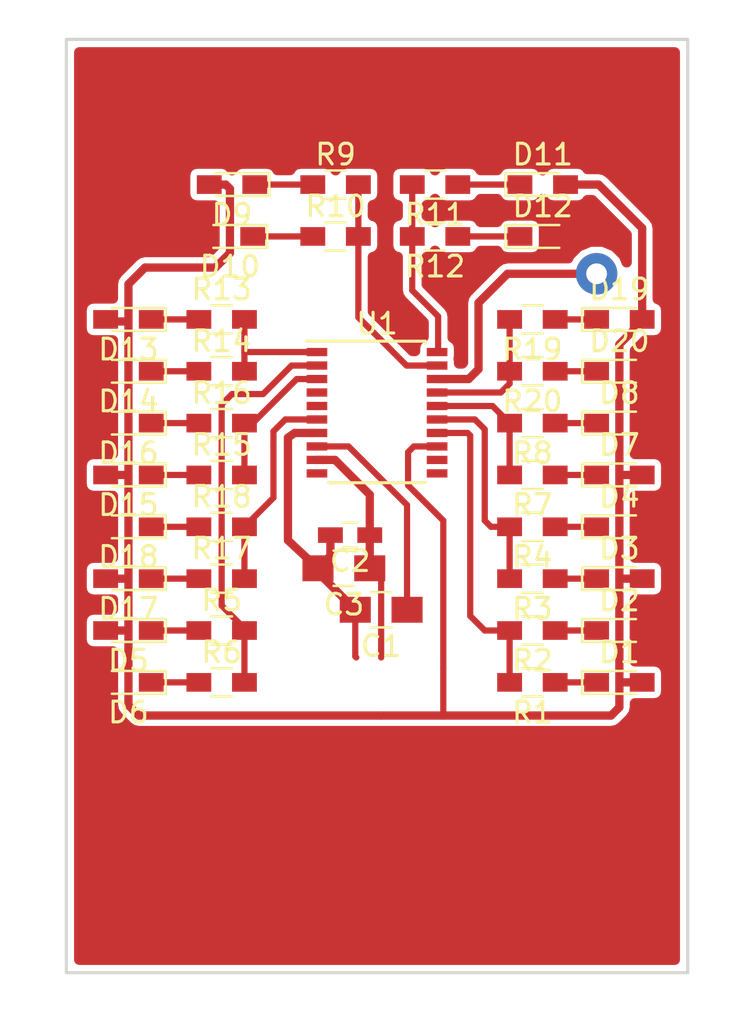
<source format=kicad_pcb>
(kicad_pcb (version 4) (host pcbnew 4.0.7)

  (general
    (links 66)
    (no_connects 2)
    (area 99.924999 79.924999 130.075001 125.075001)
    (thickness 1.6)
    (drawings 4)
    (tracks 144)
    (zones 0)
    (modules 44)
    (nets 41)
  )

  (page A4)
  (layers
    (0 F.Cu signal)
    (31 B.Cu signal)
    (32 B.Adhes user)
    (33 F.Adhes user)
    (34 B.Paste user)
    (35 F.Paste user)
    (36 B.SilkS user)
    (37 F.SilkS user)
    (38 B.Mask user)
    (39 F.Mask user)
    (40 Dwgs.User user)
    (41 Cmts.User user)
    (42 Eco1.User user)
    (43 Eco2.User user)
    (44 Edge.Cuts user)
    (45 Margin user)
    (46 B.CrtYd user)
    (47 F.CrtYd user)
    (48 B.Fab user)
    (49 F.Fab user)
  )

  (setup
    (last_trace_width 0.3)
    (user_trace_width 0.4)
    (trace_clearance 0.2)
    (zone_clearance 0.3)
    (zone_45_only no)
    (trace_min 0.2)
    (segment_width 0.2)
    (edge_width 0.15)
    (via_size 0.6)
    (via_drill 0.4)
    (via_min_size 0.4)
    (via_min_drill 0.3)
    (user_via 2 1)
    (uvia_size 0.3)
    (uvia_drill 0.1)
    (uvias_allowed no)
    (uvia_min_size 0.2)
    (uvia_min_drill 0.1)
    (pcb_text_width 0.3)
    (pcb_text_size 1.5 1.5)
    (mod_edge_width 0.15)
    (mod_text_size 1 1)
    (mod_text_width 0.15)
    (pad_size 1.524 1.524)
    (pad_drill 0.762)
    (pad_to_mask_clearance 0.2)
    (aux_axis_origin 0 0)
    (visible_elements FFFFF71F)
    (pcbplotparams
      (layerselection 0x00000_80000001)
      (usegerberextensions false)
      (excludeedgelayer true)
      (linewidth 0.100000)
      (plotframeref false)
      (viasonmask false)
      (mode 1)
      (useauxorigin false)
      (hpglpennumber 1)
      (hpglpenspeed 20)
      (hpglpendiameter 15)
      (hpglpenoverlay 2)
      (psnegative false)
      (psa4output false)
      (plotreference true)
      (plotvalue true)
      (plotinvisibletext false)
      (padsonsilk false)
      (subtractmaskfromsilk false)
      (outputformat 5)
      (mirror false)
      (drillshape 1)
      (scaleselection 1)
      (outputdirectory ""))
  )

  (net 0 "")
  (net 1 "Net-(D1-Pad1)")
  (net 2 VD)
  (net 3 "Net-(D2-Pad1)")
  (net 4 GND)
  (net 5 "Net-(D3-Pad1)")
  (net 6 "Net-(D4-Pad1)")
  (net 7 "Net-(D5-Pad1)")
  (net 8 "Net-(D6-Pad1)")
  (net 9 "Net-(D7-Pad1)")
  (net 10 "Net-(D8-Pad1)")
  (net 11 "Net-(D9-Pad1)")
  (net 12 "Net-(D10-Pad1)")
  (net 13 "Net-(D11-Pad1)")
  (net 14 "Net-(D12-Pad1)")
  (net 15 "Net-(D13-Pad1)")
  (net 16 "Net-(D14-Pad1)")
  (net 17 "Net-(D15-Pad1)")
  (net 18 "Net-(D16-Pad1)")
  (net 19 "Net-(D17-Pad1)")
  (net 20 "Net-(D18-Pad1)")
  (net 21 "Net-(D19-Pad1)")
  (net 22 "Net-(D20-Pad1)")
  (net 23 /l9)
  (net 24 /l8)
  (net 25 /l10)
  (net 26 /l7)
  (net 27 /l1)
  (net 28 /l2)
  (net 29 /l3)
  (net 30 /l4)
  (net 31 /l5)
  (net 32 /l6)
  (net 33 "Net-(U1-Pad4)")
  (net 34 "Net-(C1-Pad1)")
  (net 35 "/prg(serial)")
  (net 36 /l13)
  (net 37 /l11)
  (net 38 /l12)
  (net 39 GNDA)
  (net 40 VDDA)

  (net_class Default "Это класс цепей по умолчанию."
    (clearance 0.2)
    (trace_width 0.3)
    (via_dia 0.6)
    (via_drill 0.4)
    (uvia_dia 0.3)
    (uvia_drill 0.1)
    (add_net /l1)
    (add_net /l10)
    (add_net /l11)
    (add_net /l12)
    (add_net /l13)
    (add_net /l2)
    (add_net /l3)
    (add_net /l4)
    (add_net /l5)
    (add_net /l6)
    (add_net /l7)
    (add_net /l8)
    (add_net /l9)
    (add_net "/prg(serial)")
    (add_net GND)
    (add_net GNDA)
    (add_net "Net-(C1-Pad1)")
    (add_net "Net-(D1-Pad1)")
    (add_net "Net-(D10-Pad1)")
    (add_net "Net-(D11-Pad1)")
    (add_net "Net-(D12-Pad1)")
    (add_net "Net-(D13-Pad1)")
    (add_net "Net-(D14-Pad1)")
    (add_net "Net-(D15-Pad1)")
    (add_net "Net-(D16-Pad1)")
    (add_net "Net-(D17-Pad1)")
    (add_net "Net-(D18-Pad1)")
    (add_net "Net-(D19-Pad1)")
    (add_net "Net-(D2-Pad1)")
    (add_net "Net-(D20-Pad1)")
    (add_net "Net-(D3-Pad1)")
    (add_net "Net-(D4-Pad1)")
    (add_net "Net-(D5-Pad1)")
    (add_net "Net-(D6-Pad1)")
    (add_net "Net-(D7-Pad1)")
    (add_net "Net-(D8-Pad1)")
    (add_net "Net-(D9-Pad1)")
    (add_net "Net-(U1-Pad4)")
    (add_net VD)
    (add_net VDDA)
  )

  (module LEDs:LED_0603_HandSoldering (layer F.Cu) (tedit 595FC9C0) (tstamp 59F20287)
    (at 126.7 111)
    (descr "LED SMD 0603, hand soldering")
    (tags "LED 0603")
    (path /59F21C16)
    (attr smd)
    (fp_text reference D1 (at 0 -1.45) (layer F.SilkS)
      (effects (font (size 1 1) (thickness 0.15)))
    )
    (fp_text value LED (at 0 1.55) (layer F.Fab)
      (effects (font (size 1 1) (thickness 0.15)))
    )
    (fp_line (start -1.8 -0.55) (end -1.8 0.55) (layer F.SilkS) (width 0.12))
    (fp_line (start -0.2 -0.2) (end -0.2 0.2) (layer F.Fab) (width 0.1))
    (fp_line (start -0.15 0) (end 0.15 -0.2) (layer F.Fab) (width 0.1))
    (fp_line (start 0.15 0.2) (end -0.15 0) (layer F.Fab) (width 0.1))
    (fp_line (start 0.15 -0.2) (end 0.15 0.2) (layer F.Fab) (width 0.1))
    (fp_line (start 0.8 0.4) (end -0.8 0.4) (layer F.Fab) (width 0.1))
    (fp_line (start 0.8 -0.4) (end 0.8 0.4) (layer F.Fab) (width 0.1))
    (fp_line (start -0.8 -0.4) (end 0.8 -0.4) (layer F.Fab) (width 0.1))
    (fp_line (start -1.8 0.55) (end 0.8 0.55) (layer F.SilkS) (width 0.12))
    (fp_line (start -1.8 -0.55) (end 0.8 -0.55) (layer F.SilkS) (width 0.12))
    (fp_line (start -1.96 -0.7) (end 1.95 -0.7) (layer F.CrtYd) (width 0.05))
    (fp_line (start -1.96 -0.7) (end -1.96 0.7) (layer F.CrtYd) (width 0.05))
    (fp_line (start 1.95 0.7) (end 1.95 -0.7) (layer F.CrtYd) (width 0.05))
    (fp_line (start 1.95 0.7) (end -1.96 0.7) (layer F.CrtYd) (width 0.05))
    (fp_line (start -0.8 -0.4) (end -0.8 0.4) (layer F.Fab) (width 0.1))
    (pad 1 smd rect (at -1.1 0) (size 1.2 0.9) (layers F.Cu F.Paste F.Mask)
      (net 1 "Net-(D1-Pad1)"))
    (pad 2 smd rect (at 1.1 0) (size 1.2 0.9) (layers F.Cu F.Paste F.Mask)
      (net 2 VD))
    (model ${KISYS3DMOD}/LEDs.3dshapes/LED_0603.wrl
      (at (xyz 0 0 0))
      (scale (xyz 1 1 1))
      (rotate (xyz 0 0 180))
    )
  )

  (module LEDs:LED_0603_HandSoldering (layer F.Cu) (tedit 595FC9C0) (tstamp 59F2029C)
    (at 126.7 108.5)
    (descr "LED SMD 0603, hand soldering")
    (tags "LED 0603")
    (path /59F21C35)
    (attr smd)
    (fp_text reference D2 (at 0 -1.45) (layer F.SilkS)
      (effects (font (size 1 1) (thickness 0.15)))
    )
    (fp_text value LED (at 0 1.55) (layer F.Fab)
      (effects (font (size 1 1) (thickness 0.15)))
    )
    (fp_line (start -1.8 -0.55) (end -1.8 0.55) (layer F.SilkS) (width 0.12))
    (fp_line (start -0.2 -0.2) (end -0.2 0.2) (layer F.Fab) (width 0.1))
    (fp_line (start -0.15 0) (end 0.15 -0.2) (layer F.Fab) (width 0.1))
    (fp_line (start 0.15 0.2) (end -0.15 0) (layer F.Fab) (width 0.1))
    (fp_line (start 0.15 -0.2) (end 0.15 0.2) (layer F.Fab) (width 0.1))
    (fp_line (start 0.8 0.4) (end -0.8 0.4) (layer F.Fab) (width 0.1))
    (fp_line (start 0.8 -0.4) (end 0.8 0.4) (layer F.Fab) (width 0.1))
    (fp_line (start -0.8 -0.4) (end 0.8 -0.4) (layer F.Fab) (width 0.1))
    (fp_line (start -1.8 0.55) (end 0.8 0.55) (layer F.SilkS) (width 0.12))
    (fp_line (start -1.8 -0.55) (end 0.8 -0.55) (layer F.SilkS) (width 0.12))
    (fp_line (start -1.96 -0.7) (end 1.95 -0.7) (layer F.CrtYd) (width 0.05))
    (fp_line (start -1.96 -0.7) (end -1.96 0.7) (layer F.CrtYd) (width 0.05))
    (fp_line (start 1.95 0.7) (end 1.95 -0.7) (layer F.CrtYd) (width 0.05))
    (fp_line (start 1.95 0.7) (end -1.96 0.7) (layer F.CrtYd) (width 0.05))
    (fp_line (start -0.8 -0.4) (end -0.8 0.4) (layer F.Fab) (width 0.1))
    (pad 1 smd rect (at -1.1 0) (size 1.2 0.9) (layers F.Cu F.Paste F.Mask)
      (net 3 "Net-(D2-Pad1)"))
    (pad 2 smd rect (at 1.1 0) (size 1.2 0.9) (layers F.Cu F.Paste F.Mask)
      (net 4 GND))
    (model ${KISYS3DMOD}/LEDs.3dshapes/LED_0603.wrl
      (at (xyz 0 0 0))
      (scale (xyz 1 1 1))
      (rotate (xyz 0 0 180))
    )
  )

  (module LEDs:LED_0603_HandSoldering (layer F.Cu) (tedit 595FC9C0) (tstamp 59F202B1)
    (at 126.7 106)
    (descr "LED SMD 0603, hand soldering")
    (tags "LED 0603")
    (path /59F21A49)
    (attr smd)
    (fp_text reference D3 (at 0 -1.45) (layer F.SilkS)
      (effects (font (size 1 1) (thickness 0.15)))
    )
    (fp_text value LED (at 0 1.55) (layer F.Fab)
      (effects (font (size 1 1) (thickness 0.15)))
    )
    (fp_line (start -1.8 -0.55) (end -1.8 0.55) (layer F.SilkS) (width 0.12))
    (fp_line (start -0.2 -0.2) (end -0.2 0.2) (layer F.Fab) (width 0.1))
    (fp_line (start -0.15 0) (end 0.15 -0.2) (layer F.Fab) (width 0.1))
    (fp_line (start 0.15 0.2) (end -0.15 0) (layer F.Fab) (width 0.1))
    (fp_line (start 0.15 -0.2) (end 0.15 0.2) (layer F.Fab) (width 0.1))
    (fp_line (start 0.8 0.4) (end -0.8 0.4) (layer F.Fab) (width 0.1))
    (fp_line (start 0.8 -0.4) (end 0.8 0.4) (layer F.Fab) (width 0.1))
    (fp_line (start -0.8 -0.4) (end 0.8 -0.4) (layer F.Fab) (width 0.1))
    (fp_line (start -1.8 0.55) (end 0.8 0.55) (layer F.SilkS) (width 0.12))
    (fp_line (start -1.8 -0.55) (end 0.8 -0.55) (layer F.SilkS) (width 0.12))
    (fp_line (start -1.96 -0.7) (end 1.95 -0.7) (layer F.CrtYd) (width 0.05))
    (fp_line (start -1.96 -0.7) (end -1.96 0.7) (layer F.CrtYd) (width 0.05))
    (fp_line (start 1.95 0.7) (end 1.95 -0.7) (layer F.CrtYd) (width 0.05))
    (fp_line (start 1.95 0.7) (end -1.96 0.7) (layer F.CrtYd) (width 0.05))
    (fp_line (start -0.8 -0.4) (end -0.8 0.4) (layer F.Fab) (width 0.1))
    (pad 1 smd rect (at -1.1 0) (size 1.2 0.9) (layers F.Cu F.Paste F.Mask)
      (net 5 "Net-(D3-Pad1)"))
    (pad 2 smd rect (at 1.1 0) (size 1.2 0.9) (layers F.Cu F.Paste F.Mask)
      (net 2 VD))
    (model ${KISYS3DMOD}/LEDs.3dshapes/LED_0603.wrl
      (at (xyz 0 0 0))
      (scale (xyz 1 1 1))
      (rotate (xyz 0 0 180))
    )
  )

  (module LEDs:LED_0603_HandSoldering (layer F.Cu) (tedit 595FC9C0) (tstamp 59F202C6)
    (at 126.7 103.5)
    (descr "LED SMD 0603, hand soldering")
    (tags "LED 0603")
    (path /59F21A68)
    (attr smd)
    (fp_text reference D4 (at 0 -1.45) (layer F.SilkS)
      (effects (font (size 1 1) (thickness 0.15)))
    )
    (fp_text value LED (at 0 1.55) (layer F.Fab)
      (effects (font (size 1 1) (thickness 0.15)))
    )
    (fp_line (start -1.8 -0.55) (end -1.8 0.55) (layer F.SilkS) (width 0.12))
    (fp_line (start -0.2 -0.2) (end -0.2 0.2) (layer F.Fab) (width 0.1))
    (fp_line (start -0.15 0) (end 0.15 -0.2) (layer F.Fab) (width 0.1))
    (fp_line (start 0.15 0.2) (end -0.15 0) (layer F.Fab) (width 0.1))
    (fp_line (start 0.15 -0.2) (end 0.15 0.2) (layer F.Fab) (width 0.1))
    (fp_line (start 0.8 0.4) (end -0.8 0.4) (layer F.Fab) (width 0.1))
    (fp_line (start 0.8 -0.4) (end 0.8 0.4) (layer F.Fab) (width 0.1))
    (fp_line (start -0.8 -0.4) (end 0.8 -0.4) (layer F.Fab) (width 0.1))
    (fp_line (start -1.8 0.55) (end 0.8 0.55) (layer F.SilkS) (width 0.12))
    (fp_line (start -1.8 -0.55) (end 0.8 -0.55) (layer F.SilkS) (width 0.12))
    (fp_line (start -1.96 -0.7) (end 1.95 -0.7) (layer F.CrtYd) (width 0.05))
    (fp_line (start -1.96 -0.7) (end -1.96 0.7) (layer F.CrtYd) (width 0.05))
    (fp_line (start 1.95 0.7) (end 1.95 -0.7) (layer F.CrtYd) (width 0.05))
    (fp_line (start 1.95 0.7) (end -1.96 0.7) (layer F.CrtYd) (width 0.05))
    (fp_line (start -0.8 -0.4) (end -0.8 0.4) (layer F.Fab) (width 0.1))
    (pad 1 smd rect (at -1.1 0) (size 1.2 0.9) (layers F.Cu F.Paste F.Mask)
      (net 6 "Net-(D4-Pad1)"))
    (pad 2 smd rect (at 1.1 0) (size 1.2 0.9) (layers F.Cu F.Paste F.Mask)
      (net 4 GND))
    (model ${KISYS3DMOD}/LEDs.3dshapes/LED_0603.wrl
      (at (xyz 0 0 0))
      (scale (xyz 1 1 1))
      (rotate (xyz 0 0 180))
    )
  )

  (module LEDs:LED_0603_HandSoldering (layer F.Cu) (tedit 595FC9C0) (tstamp 59F202DB)
    (at 103 108.5 180)
    (descr "LED SMD 0603, hand soldering")
    (tags "LED 0603")
    (path /59F21DE3)
    (attr smd)
    (fp_text reference D5 (at 0 -1.45 180) (layer F.SilkS)
      (effects (font (size 1 1) (thickness 0.15)))
    )
    (fp_text value LED (at 0 1.55 180) (layer F.Fab)
      (effects (font (size 1 1) (thickness 0.15)))
    )
    (fp_line (start -1.8 -0.55) (end -1.8 0.55) (layer F.SilkS) (width 0.12))
    (fp_line (start -0.2 -0.2) (end -0.2 0.2) (layer F.Fab) (width 0.1))
    (fp_line (start -0.15 0) (end 0.15 -0.2) (layer F.Fab) (width 0.1))
    (fp_line (start 0.15 0.2) (end -0.15 0) (layer F.Fab) (width 0.1))
    (fp_line (start 0.15 -0.2) (end 0.15 0.2) (layer F.Fab) (width 0.1))
    (fp_line (start 0.8 0.4) (end -0.8 0.4) (layer F.Fab) (width 0.1))
    (fp_line (start 0.8 -0.4) (end 0.8 0.4) (layer F.Fab) (width 0.1))
    (fp_line (start -0.8 -0.4) (end 0.8 -0.4) (layer F.Fab) (width 0.1))
    (fp_line (start -1.8 0.55) (end 0.8 0.55) (layer F.SilkS) (width 0.12))
    (fp_line (start -1.8 -0.55) (end 0.8 -0.55) (layer F.SilkS) (width 0.12))
    (fp_line (start -1.96 -0.7) (end 1.95 -0.7) (layer F.CrtYd) (width 0.05))
    (fp_line (start -1.96 -0.7) (end -1.96 0.7) (layer F.CrtYd) (width 0.05))
    (fp_line (start 1.95 0.7) (end 1.95 -0.7) (layer F.CrtYd) (width 0.05))
    (fp_line (start 1.95 0.7) (end -1.96 0.7) (layer F.CrtYd) (width 0.05))
    (fp_line (start -0.8 -0.4) (end -0.8 0.4) (layer F.Fab) (width 0.1))
    (pad 1 smd rect (at -1.1 0 180) (size 1.2 0.9) (layers F.Cu F.Paste F.Mask)
      (net 7 "Net-(D5-Pad1)"))
    (pad 2 smd rect (at 1.1 0 180) (size 1.2 0.9) (layers F.Cu F.Paste F.Mask)
      (net 2 VD))
    (model ${KISYS3DMOD}/LEDs.3dshapes/LED_0603.wrl
      (at (xyz 0 0 0))
      (scale (xyz 1 1 1))
      (rotate (xyz 0 0 180))
    )
  )

  (module LEDs:LED_0603_HandSoldering (layer F.Cu) (tedit 595FC9C0) (tstamp 59F202F0)
    (at 103 111 180)
    (descr "LED SMD 0603, hand soldering")
    (tags "LED 0603")
    (path /59F21E02)
    (attr smd)
    (fp_text reference D6 (at 0 -1.45 180) (layer F.SilkS)
      (effects (font (size 1 1) (thickness 0.15)))
    )
    (fp_text value LED (at 0 1.55 180) (layer F.Fab)
      (effects (font (size 1 1) (thickness 0.15)))
    )
    (fp_line (start -1.8 -0.55) (end -1.8 0.55) (layer F.SilkS) (width 0.12))
    (fp_line (start -0.2 -0.2) (end -0.2 0.2) (layer F.Fab) (width 0.1))
    (fp_line (start -0.15 0) (end 0.15 -0.2) (layer F.Fab) (width 0.1))
    (fp_line (start 0.15 0.2) (end -0.15 0) (layer F.Fab) (width 0.1))
    (fp_line (start 0.15 -0.2) (end 0.15 0.2) (layer F.Fab) (width 0.1))
    (fp_line (start 0.8 0.4) (end -0.8 0.4) (layer F.Fab) (width 0.1))
    (fp_line (start 0.8 -0.4) (end 0.8 0.4) (layer F.Fab) (width 0.1))
    (fp_line (start -0.8 -0.4) (end 0.8 -0.4) (layer F.Fab) (width 0.1))
    (fp_line (start -1.8 0.55) (end 0.8 0.55) (layer F.SilkS) (width 0.12))
    (fp_line (start -1.8 -0.55) (end 0.8 -0.55) (layer F.SilkS) (width 0.12))
    (fp_line (start -1.96 -0.7) (end 1.95 -0.7) (layer F.CrtYd) (width 0.05))
    (fp_line (start -1.96 -0.7) (end -1.96 0.7) (layer F.CrtYd) (width 0.05))
    (fp_line (start 1.95 0.7) (end 1.95 -0.7) (layer F.CrtYd) (width 0.05))
    (fp_line (start 1.95 0.7) (end -1.96 0.7) (layer F.CrtYd) (width 0.05))
    (fp_line (start -0.8 -0.4) (end -0.8 0.4) (layer F.Fab) (width 0.1))
    (pad 1 smd rect (at -1.1 0 180) (size 1.2 0.9) (layers F.Cu F.Paste F.Mask)
      (net 8 "Net-(D6-Pad1)"))
    (pad 2 smd rect (at 1.1 0 180) (size 1.2 0.9) (layers F.Cu F.Paste F.Mask)
      (net 4 GND))
    (model ${KISYS3DMOD}/LEDs.3dshapes/LED_0603.wrl
      (at (xyz 0 0 0))
      (scale (xyz 1 1 1))
      (rotate (xyz 0 0 180))
    )
  )

  (module LEDs:LED_0603_HandSoldering (layer F.Cu) (tedit 595FC9C0) (tstamp 59F20305)
    (at 126.7 101)
    (descr "LED SMD 0603, hand soldering")
    (tags "LED 0603")
    (path /59F2140F)
    (attr smd)
    (fp_text reference D7 (at 0 -1.45) (layer F.SilkS)
      (effects (font (size 1 1) (thickness 0.15)))
    )
    (fp_text value LED (at 0 1.55) (layer F.Fab)
      (effects (font (size 1 1) (thickness 0.15)))
    )
    (fp_line (start -1.8 -0.55) (end -1.8 0.55) (layer F.SilkS) (width 0.12))
    (fp_line (start -0.2 -0.2) (end -0.2 0.2) (layer F.Fab) (width 0.1))
    (fp_line (start -0.15 0) (end 0.15 -0.2) (layer F.Fab) (width 0.1))
    (fp_line (start 0.15 0.2) (end -0.15 0) (layer F.Fab) (width 0.1))
    (fp_line (start 0.15 -0.2) (end 0.15 0.2) (layer F.Fab) (width 0.1))
    (fp_line (start 0.8 0.4) (end -0.8 0.4) (layer F.Fab) (width 0.1))
    (fp_line (start 0.8 -0.4) (end 0.8 0.4) (layer F.Fab) (width 0.1))
    (fp_line (start -0.8 -0.4) (end 0.8 -0.4) (layer F.Fab) (width 0.1))
    (fp_line (start -1.8 0.55) (end 0.8 0.55) (layer F.SilkS) (width 0.12))
    (fp_line (start -1.8 -0.55) (end 0.8 -0.55) (layer F.SilkS) (width 0.12))
    (fp_line (start -1.96 -0.7) (end 1.95 -0.7) (layer F.CrtYd) (width 0.05))
    (fp_line (start -1.96 -0.7) (end -1.96 0.7) (layer F.CrtYd) (width 0.05))
    (fp_line (start 1.95 0.7) (end 1.95 -0.7) (layer F.CrtYd) (width 0.05))
    (fp_line (start 1.95 0.7) (end -1.96 0.7) (layer F.CrtYd) (width 0.05))
    (fp_line (start -0.8 -0.4) (end -0.8 0.4) (layer F.Fab) (width 0.1))
    (pad 1 smd rect (at -1.1 0) (size 1.2 0.9) (layers F.Cu F.Paste F.Mask)
      (net 9 "Net-(D7-Pad1)"))
    (pad 2 smd rect (at 1.1 0) (size 1.2 0.9) (layers F.Cu F.Paste F.Mask)
      (net 2 VD))
    (model ${KISYS3DMOD}/LEDs.3dshapes/LED_0603.wrl
      (at (xyz 0 0 0))
      (scale (xyz 1 1 1))
      (rotate (xyz 0 0 180))
    )
  )

  (module LEDs:LED_0603_HandSoldering (layer F.Cu) (tedit 595FC9C0) (tstamp 59F2031A)
    (at 126.7 98.5)
    (descr "LED SMD 0603, hand soldering")
    (tags "LED 0603")
    (path /59F2142E)
    (attr smd)
    (fp_text reference D8 (at 0 -1.45) (layer F.SilkS)
      (effects (font (size 1 1) (thickness 0.15)))
    )
    (fp_text value LED (at 0 1.55) (layer F.Fab)
      (effects (font (size 1 1) (thickness 0.15)))
    )
    (fp_line (start -1.8 -0.55) (end -1.8 0.55) (layer F.SilkS) (width 0.12))
    (fp_line (start -0.2 -0.2) (end -0.2 0.2) (layer F.Fab) (width 0.1))
    (fp_line (start -0.15 0) (end 0.15 -0.2) (layer F.Fab) (width 0.1))
    (fp_line (start 0.15 0.2) (end -0.15 0) (layer F.Fab) (width 0.1))
    (fp_line (start 0.15 -0.2) (end 0.15 0.2) (layer F.Fab) (width 0.1))
    (fp_line (start 0.8 0.4) (end -0.8 0.4) (layer F.Fab) (width 0.1))
    (fp_line (start 0.8 -0.4) (end 0.8 0.4) (layer F.Fab) (width 0.1))
    (fp_line (start -0.8 -0.4) (end 0.8 -0.4) (layer F.Fab) (width 0.1))
    (fp_line (start -1.8 0.55) (end 0.8 0.55) (layer F.SilkS) (width 0.12))
    (fp_line (start -1.8 -0.55) (end 0.8 -0.55) (layer F.SilkS) (width 0.12))
    (fp_line (start -1.96 -0.7) (end 1.95 -0.7) (layer F.CrtYd) (width 0.05))
    (fp_line (start -1.96 -0.7) (end -1.96 0.7) (layer F.CrtYd) (width 0.05))
    (fp_line (start 1.95 0.7) (end 1.95 -0.7) (layer F.CrtYd) (width 0.05))
    (fp_line (start 1.95 0.7) (end -1.96 0.7) (layer F.CrtYd) (width 0.05))
    (fp_line (start -0.8 -0.4) (end -0.8 0.4) (layer F.Fab) (width 0.1))
    (pad 1 smd rect (at -1.1 0) (size 1.2 0.9) (layers F.Cu F.Paste F.Mask)
      (net 10 "Net-(D8-Pad1)"))
    (pad 2 smd rect (at 1.1 0) (size 1.2 0.9) (layers F.Cu F.Paste F.Mask)
      (net 4 GND))
    (model ${KISYS3DMOD}/LEDs.3dshapes/LED_0603.wrl
      (at (xyz 0 0 0))
      (scale (xyz 1 1 1))
      (rotate (xyz 0 0 180))
    )
  )

  (module LEDs:LED_0603_HandSoldering (layer F.Cu) (tedit 595FC9C0) (tstamp 59F2032F)
    (at 108 87 180)
    (descr "LED SMD 0603, hand soldering")
    (tags "LED 0603")
    (path /59F1F67F)
    (attr smd)
    (fp_text reference D9 (at 0 -1.45 180) (layer F.SilkS)
      (effects (font (size 1 1) (thickness 0.15)))
    )
    (fp_text value LED (at 0 1.55 180) (layer F.Fab)
      (effects (font (size 1 1) (thickness 0.15)))
    )
    (fp_line (start -1.8 -0.55) (end -1.8 0.55) (layer F.SilkS) (width 0.12))
    (fp_line (start -0.2 -0.2) (end -0.2 0.2) (layer F.Fab) (width 0.1))
    (fp_line (start -0.15 0) (end 0.15 -0.2) (layer F.Fab) (width 0.1))
    (fp_line (start 0.15 0.2) (end -0.15 0) (layer F.Fab) (width 0.1))
    (fp_line (start 0.15 -0.2) (end 0.15 0.2) (layer F.Fab) (width 0.1))
    (fp_line (start 0.8 0.4) (end -0.8 0.4) (layer F.Fab) (width 0.1))
    (fp_line (start 0.8 -0.4) (end 0.8 0.4) (layer F.Fab) (width 0.1))
    (fp_line (start -0.8 -0.4) (end 0.8 -0.4) (layer F.Fab) (width 0.1))
    (fp_line (start -1.8 0.55) (end 0.8 0.55) (layer F.SilkS) (width 0.12))
    (fp_line (start -1.8 -0.55) (end 0.8 -0.55) (layer F.SilkS) (width 0.12))
    (fp_line (start -1.96 -0.7) (end 1.95 -0.7) (layer F.CrtYd) (width 0.05))
    (fp_line (start -1.96 -0.7) (end -1.96 0.7) (layer F.CrtYd) (width 0.05))
    (fp_line (start 1.95 0.7) (end 1.95 -0.7) (layer F.CrtYd) (width 0.05))
    (fp_line (start 1.95 0.7) (end -1.96 0.7) (layer F.CrtYd) (width 0.05))
    (fp_line (start -0.8 -0.4) (end -0.8 0.4) (layer F.Fab) (width 0.1))
    (pad 1 smd rect (at -1.1 0 180) (size 1.2 0.9) (layers F.Cu F.Paste F.Mask)
      (net 11 "Net-(D9-Pad1)"))
    (pad 2 smd rect (at 1.1 0 180) (size 1.2 0.9) (layers F.Cu F.Paste F.Mask)
      (net 2 VD))
    (model ${KISYS3DMOD}/LEDs.3dshapes/LED_0603.wrl
      (at (xyz 0 0 0))
      (scale (xyz 1 1 1))
      (rotate (xyz 0 0 180))
    )
  )

  (module LEDs:LED_0603_HandSoldering (layer F.Cu) (tedit 595FC9C0) (tstamp 59F20344)
    (at 107.9 89.5 180)
    (descr "LED SMD 0603, hand soldering")
    (tags "LED 0603")
    (path /59F20286)
    (attr smd)
    (fp_text reference D10 (at 0 -1.45 180) (layer F.SilkS)
      (effects (font (size 1 1) (thickness 0.15)))
    )
    (fp_text value LED (at 0 1.55 180) (layer F.Fab)
      (effects (font (size 1 1) (thickness 0.15)))
    )
    (fp_line (start -1.8 -0.55) (end -1.8 0.55) (layer F.SilkS) (width 0.12))
    (fp_line (start -0.2 -0.2) (end -0.2 0.2) (layer F.Fab) (width 0.1))
    (fp_line (start -0.15 0) (end 0.15 -0.2) (layer F.Fab) (width 0.1))
    (fp_line (start 0.15 0.2) (end -0.15 0) (layer F.Fab) (width 0.1))
    (fp_line (start 0.15 -0.2) (end 0.15 0.2) (layer F.Fab) (width 0.1))
    (fp_line (start 0.8 0.4) (end -0.8 0.4) (layer F.Fab) (width 0.1))
    (fp_line (start 0.8 -0.4) (end 0.8 0.4) (layer F.Fab) (width 0.1))
    (fp_line (start -0.8 -0.4) (end 0.8 -0.4) (layer F.Fab) (width 0.1))
    (fp_line (start -1.8 0.55) (end 0.8 0.55) (layer F.SilkS) (width 0.12))
    (fp_line (start -1.8 -0.55) (end 0.8 -0.55) (layer F.SilkS) (width 0.12))
    (fp_line (start -1.96 -0.7) (end 1.95 -0.7) (layer F.CrtYd) (width 0.05))
    (fp_line (start -1.96 -0.7) (end -1.96 0.7) (layer F.CrtYd) (width 0.05))
    (fp_line (start 1.95 0.7) (end 1.95 -0.7) (layer F.CrtYd) (width 0.05))
    (fp_line (start 1.95 0.7) (end -1.96 0.7) (layer F.CrtYd) (width 0.05))
    (fp_line (start -0.8 -0.4) (end -0.8 0.4) (layer F.Fab) (width 0.1))
    (pad 1 smd rect (at -1.1 0 180) (size 1.2 0.9) (layers F.Cu F.Paste F.Mask)
      (net 12 "Net-(D10-Pad1)"))
    (pad 2 smd rect (at 1.1 0 180) (size 1.2 0.9) (layers F.Cu F.Paste F.Mask)
      (net 4 GND))
    (model ${KISYS3DMOD}/LEDs.3dshapes/LED_0603.wrl
      (at (xyz 0 0 0))
      (scale (xyz 1 1 1))
      (rotate (xyz 0 0 180))
    )
  )

  (module LEDs:LED_0603_HandSoldering (layer F.Cu) (tedit 595FC9C0) (tstamp 59F20359)
    (at 123 87)
    (descr "LED SMD 0603, hand soldering")
    (tags "LED 0603")
    (path /59F208EF)
    (attr smd)
    (fp_text reference D11 (at 0 -1.45) (layer F.SilkS)
      (effects (font (size 1 1) (thickness 0.15)))
    )
    (fp_text value LED (at 0 1.55) (layer F.Fab)
      (effects (font (size 1 1) (thickness 0.15)))
    )
    (fp_line (start -1.8 -0.55) (end -1.8 0.55) (layer F.SilkS) (width 0.12))
    (fp_line (start -0.2 -0.2) (end -0.2 0.2) (layer F.Fab) (width 0.1))
    (fp_line (start -0.15 0) (end 0.15 -0.2) (layer F.Fab) (width 0.1))
    (fp_line (start 0.15 0.2) (end -0.15 0) (layer F.Fab) (width 0.1))
    (fp_line (start 0.15 -0.2) (end 0.15 0.2) (layer F.Fab) (width 0.1))
    (fp_line (start 0.8 0.4) (end -0.8 0.4) (layer F.Fab) (width 0.1))
    (fp_line (start 0.8 -0.4) (end 0.8 0.4) (layer F.Fab) (width 0.1))
    (fp_line (start -0.8 -0.4) (end 0.8 -0.4) (layer F.Fab) (width 0.1))
    (fp_line (start -1.8 0.55) (end 0.8 0.55) (layer F.SilkS) (width 0.12))
    (fp_line (start -1.8 -0.55) (end 0.8 -0.55) (layer F.SilkS) (width 0.12))
    (fp_line (start -1.96 -0.7) (end 1.95 -0.7) (layer F.CrtYd) (width 0.05))
    (fp_line (start -1.96 -0.7) (end -1.96 0.7) (layer F.CrtYd) (width 0.05))
    (fp_line (start 1.95 0.7) (end 1.95 -0.7) (layer F.CrtYd) (width 0.05))
    (fp_line (start 1.95 0.7) (end -1.96 0.7) (layer F.CrtYd) (width 0.05))
    (fp_line (start -0.8 -0.4) (end -0.8 0.4) (layer F.Fab) (width 0.1))
    (pad 1 smd rect (at -1.1 0) (size 1.2 0.9) (layers F.Cu F.Paste F.Mask)
      (net 13 "Net-(D11-Pad1)"))
    (pad 2 smd rect (at 1.1 0) (size 1.2 0.9) (layers F.Cu F.Paste F.Mask)
      (net 2 VD))
    (model ${KISYS3DMOD}/LEDs.3dshapes/LED_0603.wrl
      (at (xyz 0 0 0))
      (scale (xyz 1 1 1))
      (rotate (xyz 0 0 180))
    )
  )

  (module LEDs:LED_0603_HandSoldering (layer F.Cu) (tedit 595FC9C0) (tstamp 59F2036E)
    (at 123 89.5)
    (descr "LED SMD 0603, hand soldering")
    (tags "LED 0603")
    (path /59F2090E)
    (attr smd)
    (fp_text reference D12 (at 0 -1.45) (layer F.SilkS)
      (effects (font (size 1 1) (thickness 0.15)))
    )
    (fp_text value LED (at 0 1.55) (layer F.Fab)
      (effects (font (size 1 1) (thickness 0.15)))
    )
    (fp_line (start -1.8 -0.55) (end -1.8 0.55) (layer F.SilkS) (width 0.12))
    (fp_line (start -0.2 -0.2) (end -0.2 0.2) (layer F.Fab) (width 0.1))
    (fp_line (start -0.15 0) (end 0.15 -0.2) (layer F.Fab) (width 0.1))
    (fp_line (start 0.15 0.2) (end -0.15 0) (layer F.Fab) (width 0.1))
    (fp_line (start 0.15 -0.2) (end 0.15 0.2) (layer F.Fab) (width 0.1))
    (fp_line (start 0.8 0.4) (end -0.8 0.4) (layer F.Fab) (width 0.1))
    (fp_line (start 0.8 -0.4) (end 0.8 0.4) (layer F.Fab) (width 0.1))
    (fp_line (start -0.8 -0.4) (end 0.8 -0.4) (layer F.Fab) (width 0.1))
    (fp_line (start -1.8 0.55) (end 0.8 0.55) (layer F.SilkS) (width 0.12))
    (fp_line (start -1.8 -0.55) (end 0.8 -0.55) (layer F.SilkS) (width 0.12))
    (fp_line (start -1.96 -0.7) (end 1.95 -0.7) (layer F.CrtYd) (width 0.05))
    (fp_line (start -1.96 -0.7) (end -1.96 0.7) (layer F.CrtYd) (width 0.05))
    (fp_line (start 1.95 0.7) (end 1.95 -0.7) (layer F.CrtYd) (width 0.05))
    (fp_line (start 1.95 0.7) (end -1.96 0.7) (layer F.CrtYd) (width 0.05))
    (fp_line (start -0.8 -0.4) (end -0.8 0.4) (layer F.Fab) (width 0.1))
    (pad 1 smd rect (at -1.1 0) (size 1.2 0.9) (layers F.Cu F.Paste F.Mask)
      (net 14 "Net-(D12-Pad1)"))
    (pad 2 smd rect (at 1.1 0) (size 1.2 0.9) (layers F.Cu F.Paste F.Mask)
      (net 4 GND))
    (model ${KISYS3DMOD}/LEDs.3dshapes/LED_0603.wrl
      (at (xyz 0 0 0))
      (scale (xyz 1 1 1))
      (rotate (xyz 0 0 180))
    )
  )

  (module LEDs:LED_0603_HandSoldering (layer F.Cu) (tedit 595FC9C0) (tstamp 59F20383)
    (at 103 93.5 180)
    (descr "LED SMD 0603, hand soldering")
    (tags "LED 0603")
    (path /59F20AB4)
    (attr smd)
    (fp_text reference D13 (at 0 -1.45 180) (layer F.SilkS)
      (effects (font (size 1 1) (thickness 0.15)))
    )
    (fp_text value LED (at 0 1.55 180) (layer F.Fab)
      (effects (font (size 1 1) (thickness 0.15)))
    )
    (fp_line (start -1.8 -0.55) (end -1.8 0.55) (layer F.SilkS) (width 0.12))
    (fp_line (start -0.2 -0.2) (end -0.2 0.2) (layer F.Fab) (width 0.1))
    (fp_line (start -0.15 0) (end 0.15 -0.2) (layer F.Fab) (width 0.1))
    (fp_line (start 0.15 0.2) (end -0.15 0) (layer F.Fab) (width 0.1))
    (fp_line (start 0.15 -0.2) (end 0.15 0.2) (layer F.Fab) (width 0.1))
    (fp_line (start 0.8 0.4) (end -0.8 0.4) (layer F.Fab) (width 0.1))
    (fp_line (start 0.8 -0.4) (end 0.8 0.4) (layer F.Fab) (width 0.1))
    (fp_line (start -0.8 -0.4) (end 0.8 -0.4) (layer F.Fab) (width 0.1))
    (fp_line (start -1.8 0.55) (end 0.8 0.55) (layer F.SilkS) (width 0.12))
    (fp_line (start -1.8 -0.55) (end 0.8 -0.55) (layer F.SilkS) (width 0.12))
    (fp_line (start -1.96 -0.7) (end 1.95 -0.7) (layer F.CrtYd) (width 0.05))
    (fp_line (start -1.96 -0.7) (end -1.96 0.7) (layer F.CrtYd) (width 0.05))
    (fp_line (start 1.95 0.7) (end 1.95 -0.7) (layer F.CrtYd) (width 0.05))
    (fp_line (start 1.95 0.7) (end -1.96 0.7) (layer F.CrtYd) (width 0.05))
    (fp_line (start -0.8 -0.4) (end -0.8 0.4) (layer F.Fab) (width 0.1))
    (pad 1 smd rect (at -1.1 0 180) (size 1.2 0.9) (layers F.Cu F.Paste F.Mask)
      (net 15 "Net-(D13-Pad1)"))
    (pad 2 smd rect (at 1.1 0 180) (size 1.2 0.9) (layers F.Cu F.Paste F.Mask)
      (net 2 VD))
    (model ${KISYS3DMOD}/LEDs.3dshapes/LED_0603.wrl
      (at (xyz 0 0 0))
      (scale (xyz 1 1 1))
      (rotate (xyz 0 0 180))
    )
  )

  (module LEDs:LED_0603_HandSoldering (layer F.Cu) (tedit 595FC9C0) (tstamp 59F20398)
    (at 103 96 180)
    (descr "LED SMD 0603, hand soldering")
    (tags "LED 0603")
    (path /59F20AD3)
    (attr smd)
    (fp_text reference D14 (at 0 -1.45 180) (layer F.SilkS)
      (effects (font (size 1 1) (thickness 0.15)))
    )
    (fp_text value LED (at 0 1.55 180) (layer F.Fab)
      (effects (font (size 1 1) (thickness 0.15)))
    )
    (fp_line (start -1.8 -0.55) (end -1.8 0.55) (layer F.SilkS) (width 0.12))
    (fp_line (start -0.2 -0.2) (end -0.2 0.2) (layer F.Fab) (width 0.1))
    (fp_line (start -0.15 0) (end 0.15 -0.2) (layer F.Fab) (width 0.1))
    (fp_line (start 0.15 0.2) (end -0.15 0) (layer F.Fab) (width 0.1))
    (fp_line (start 0.15 -0.2) (end 0.15 0.2) (layer F.Fab) (width 0.1))
    (fp_line (start 0.8 0.4) (end -0.8 0.4) (layer F.Fab) (width 0.1))
    (fp_line (start 0.8 -0.4) (end 0.8 0.4) (layer F.Fab) (width 0.1))
    (fp_line (start -0.8 -0.4) (end 0.8 -0.4) (layer F.Fab) (width 0.1))
    (fp_line (start -1.8 0.55) (end 0.8 0.55) (layer F.SilkS) (width 0.12))
    (fp_line (start -1.8 -0.55) (end 0.8 -0.55) (layer F.SilkS) (width 0.12))
    (fp_line (start -1.96 -0.7) (end 1.95 -0.7) (layer F.CrtYd) (width 0.05))
    (fp_line (start -1.96 -0.7) (end -1.96 0.7) (layer F.CrtYd) (width 0.05))
    (fp_line (start 1.95 0.7) (end 1.95 -0.7) (layer F.CrtYd) (width 0.05))
    (fp_line (start 1.95 0.7) (end -1.96 0.7) (layer F.CrtYd) (width 0.05))
    (fp_line (start -0.8 -0.4) (end -0.8 0.4) (layer F.Fab) (width 0.1))
    (pad 1 smd rect (at -1.1 0 180) (size 1.2 0.9) (layers F.Cu F.Paste F.Mask)
      (net 16 "Net-(D14-Pad1)"))
    (pad 2 smd rect (at 1.1 0 180) (size 1.2 0.9) (layers F.Cu F.Paste F.Mask)
      (net 4 GND))
    (model ${KISYS3DMOD}/LEDs.3dshapes/LED_0603.wrl
      (at (xyz 0 0 0))
      (scale (xyz 1 1 1))
      (rotate (xyz 0 0 180))
    )
  )

  (module LEDs:LED_0603_HandSoldering (layer F.Cu) (tedit 595FC9C0) (tstamp 59F203AD)
    (at 103 101 180)
    (descr "LED SMD 0603, hand soldering")
    (tags "LED 0603")
    (path /59F20D05)
    (attr smd)
    (fp_text reference D15 (at 0 -1.45 180) (layer F.SilkS)
      (effects (font (size 1 1) (thickness 0.15)))
    )
    (fp_text value LED (at 0 1.55 180) (layer F.Fab)
      (effects (font (size 1 1) (thickness 0.15)))
    )
    (fp_line (start -1.8 -0.55) (end -1.8 0.55) (layer F.SilkS) (width 0.12))
    (fp_line (start -0.2 -0.2) (end -0.2 0.2) (layer F.Fab) (width 0.1))
    (fp_line (start -0.15 0) (end 0.15 -0.2) (layer F.Fab) (width 0.1))
    (fp_line (start 0.15 0.2) (end -0.15 0) (layer F.Fab) (width 0.1))
    (fp_line (start 0.15 -0.2) (end 0.15 0.2) (layer F.Fab) (width 0.1))
    (fp_line (start 0.8 0.4) (end -0.8 0.4) (layer F.Fab) (width 0.1))
    (fp_line (start 0.8 -0.4) (end 0.8 0.4) (layer F.Fab) (width 0.1))
    (fp_line (start -0.8 -0.4) (end 0.8 -0.4) (layer F.Fab) (width 0.1))
    (fp_line (start -1.8 0.55) (end 0.8 0.55) (layer F.SilkS) (width 0.12))
    (fp_line (start -1.8 -0.55) (end 0.8 -0.55) (layer F.SilkS) (width 0.12))
    (fp_line (start -1.96 -0.7) (end 1.95 -0.7) (layer F.CrtYd) (width 0.05))
    (fp_line (start -1.96 -0.7) (end -1.96 0.7) (layer F.CrtYd) (width 0.05))
    (fp_line (start 1.95 0.7) (end 1.95 -0.7) (layer F.CrtYd) (width 0.05))
    (fp_line (start 1.95 0.7) (end -1.96 0.7) (layer F.CrtYd) (width 0.05))
    (fp_line (start -0.8 -0.4) (end -0.8 0.4) (layer F.Fab) (width 0.1))
    (pad 1 smd rect (at -1.1 0 180) (size 1.2 0.9) (layers F.Cu F.Paste F.Mask)
      (net 17 "Net-(D15-Pad1)"))
    (pad 2 smd rect (at 1.1 0 180) (size 1.2 0.9) (layers F.Cu F.Paste F.Mask)
      (net 2 VD))
    (model ${KISYS3DMOD}/LEDs.3dshapes/LED_0603.wrl
      (at (xyz 0 0 0))
      (scale (xyz 1 1 1))
      (rotate (xyz 0 0 180))
    )
  )

  (module LEDs:LED_0603_HandSoldering (layer F.Cu) (tedit 595FC9C0) (tstamp 59F203C2)
    (at 103 98.5 180)
    (descr "LED SMD 0603, hand soldering")
    (tags "LED 0603")
    (path /59F20D24)
    (attr smd)
    (fp_text reference D16 (at 0 -1.45 180) (layer F.SilkS)
      (effects (font (size 1 1) (thickness 0.15)))
    )
    (fp_text value LED (at 0 1.55 180) (layer F.Fab)
      (effects (font (size 1 1) (thickness 0.15)))
    )
    (fp_line (start -1.8 -0.55) (end -1.8 0.55) (layer F.SilkS) (width 0.12))
    (fp_line (start -0.2 -0.2) (end -0.2 0.2) (layer F.Fab) (width 0.1))
    (fp_line (start -0.15 0) (end 0.15 -0.2) (layer F.Fab) (width 0.1))
    (fp_line (start 0.15 0.2) (end -0.15 0) (layer F.Fab) (width 0.1))
    (fp_line (start 0.15 -0.2) (end 0.15 0.2) (layer F.Fab) (width 0.1))
    (fp_line (start 0.8 0.4) (end -0.8 0.4) (layer F.Fab) (width 0.1))
    (fp_line (start 0.8 -0.4) (end 0.8 0.4) (layer F.Fab) (width 0.1))
    (fp_line (start -0.8 -0.4) (end 0.8 -0.4) (layer F.Fab) (width 0.1))
    (fp_line (start -1.8 0.55) (end 0.8 0.55) (layer F.SilkS) (width 0.12))
    (fp_line (start -1.8 -0.55) (end 0.8 -0.55) (layer F.SilkS) (width 0.12))
    (fp_line (start -1.96 -0.7) (end 1.95 -0.7) (layer F.CrtYd) (width 0.05))
    (fp_line (start -1.96 -0.7) (end -1.96 0.7) (layer F.CrtYd) (width 0.05))
    (fp_line (start 1.95 0.7) (end 1.95 -0.7) (layer F.CrtYd) (width 0.05))
    (fp_line (start 1.95 0.7) (end -1.96 0.7) (layer F.CrtYd) (width 0.05))
    (fp_line (start -0.8 -0.4) (end -0.8 0.4) (layer F.Fab) (width 0.1))
    (pad 1 smd rect (at -1.1 0 180) (size 1.2 0.9) (layers F.Cu F.Paste F.Mask)
      (net 18 "Net-(D16-Pad1)"))
    (pad 2 smd rect (at 1.1 0 180) (size 1.2 0.9) (layers F.Cu F.Paste F.Mask)
      (net 4 GND))
    (model ${KISYS3DMOD}/LEDs.3dshapes/LED_0603.wrl
      (at (xyz 0 0 0))
      (scale (xyz 1 1 1))
      (rotate (xyz 0 0 180))
    )
  )

  (module LEDs:LED_0603_HandSoldering (layer F.Cu) (tedit 595FC9C0) (tstamp 59F203D7)
    (at 103 106 180)
    (descr "LED SMD 0603, hand soldering")
    (tags "LED 0603")
    (path /59F212A2)
    (attr smd)
    (fp_text reference D17 (at 0 -1.45 180) (layer F.SilkS)
      (effects (font (size 1 1) (thickness 0.15)))
    )
    (fp_text value LED (at 0 1.55 180) (layer F.Fab)
      (effects (font (size 1 1) (thickness 0.15)))
    )
    (fp_line (start -1.8 -0.55) (end -1.8 0.55) (layer F.SilkS) (width 0.12))
    (fp_line (start -0.2 -0.2) (end -0.2 0.2) (layer F.Fab) (width 0.1))
    (fp_line (start -0.15 0) (end 0.15 -0.2) (layer F.Fab) (width 0.1))
    (fp_line (start 0.15 0.2) (end -0.15 0) (layer F.Fab) (width 0.1))
    (fp_line (start 0.15 -0.2) (end 0.15 0.2) (layer F.Fab) (width 0.1))
    (fp_line (start 0.8 0.4) (end -0.8 0.4) (layer F.Fab) (width 0.1))
    (fp_line (start 0.8 -0.4) (end 0.8 0.4) (layer F.Fab) (width 0.1))
    (fp_line (start -0.8 -0.4) (end 0.8 -0.4) (layer F.Fab) (width 0.1))
    (fp_line (start -1.8 0.55) (end 0.8 0.55) (layer F.SilkS) (width 0.12))
    (fp_line (start -1.8 -0.55) (end 0.8 -0.55) (layer F.SilkS) (width 0.12))
    (fp_line (start -1.96 -0.7) (end 1.95 -0.7) (layer F.CrtYd) (width 0.05))
    (fp_line (start -1.96 -0.7) (end -1.96 0.7) (layer F.CrtYd) (width 0.05))
    (fp_line (start 1.95 0.7) (end 1.95 -0.7) (layer F.CrtYd) (width 0.05))
    (fp_line (start 1.95 0.7) (end -1.96 0.7) (layer F.CrtYd) (width 0.05))
    (fp_line (start -0.8 -0.4) (end -0.8 0.4) (layer F.Fab) (width 0.1))
    (pad 1 smd rect (at -1.1 0 180) (size 1.2 0.9) (layers F.Cu F.Paste F.Mask)
      (net 19 "Net-(D17-Pad1)"))
    (pad 2 smd rect (at 1.1 0 180) (size 1.2 0.9) (layers F.Cu F.Paste F.Mask)
      (net 2 VD))
    (model ${KISYS3DMOD}/LEDs.3dshapes/LED_0603.wrl
      (at (xyz 0 0 0))
      (scale (xyz 1 1 1))
      (rotate (xyz 0 0 180))
    )
  )

  (module LEDs:LED_0603_HandSoldering (layer F.Cu) (tedit 595FC9C0) (tstamp 59F203EC)
    (at 103 103.5 180)
    (descr "LED SMD 0603, hand soldering")
    (tags "LED 0603")
    (path /59F212C1)
    (attr smd)
    (fp_text reference D18 (at 0 -1.45 180) (layer F.SilkS)
      (effects (font (size 1 1) (thickness 0.15)))
    )
    (fp_text value LED (at 0 1.55 180) (layer F.Fab)
      (effects (font (size 1 1) (thickness 0.15)))
    )
    (fp_line (start -1.8 -0.55) (end -1.8 0.55) (layer F.SilkS) (width 0.12))
    (fp_line (start -0.2 -0.2) (end -0.2 0.2) (layer F.Fab) (width 0.1))
    (fp_line (start -0.15 0) (end 0.15 -0.2) (layer F.Fab) (width 0.1))
    (fp_line (start 0.15 0.2) (end -0.15 0) (layer F.Fab) (width 0.1))
    (fp_line (start 0.15 -0.2) (end 0.15 0.2) (layer F.Fab) (width 0.1))
    (fp_line (start 0.8 0.4) (end -0.8 0.4) (layer F.Fab) (width 0.1))
    (fp_line (start 0.8 -0.4) (end 0.8 0.4) (layer F.Fab) (width 0.1))
    (fp_line (start -0.8 -0.4) (end 0.8 -0.4) (layer F.Fab) (width 0.1))
    (fp_line (start -1.8 0.55) (end 0.8 0.55) (layer F.SilkS) (width 0.12))
    (fp_line (start -1.8 -0.55) (end 0.8 -0.55) (layer F.SilkS) (width 0.12))
    (fp_line (start -1.96 -0.7) (end 1.95 -0.7) (layer F.CrtYd) (width 0.05))
    (fp_line (start -1.96 -0.7) (end -1.96 0.7) (layer F.CrtYd) (width 0.05))
    (fp_line (start 1.95 0.7) (end 1.95 -0.7) (layer F.CrtYd) (width 0.05))
    (fp_line (start 1.95 0.7) (end -1.96 0.7) (layer F.CrtYd) (width 0.05))
    (fp_line (start -0.8 -0.4) (end -0.8 0.4) (layer F.Fab) (width 0.1))
    (pad 1 smd rect (at -1.1 0 180) (size 1.2 0.9) (layers F.Cu F.Paste F.Mask)
      (net 20 "Net-(D18-Pad1)"))
    (pad 2 smd rect (at 1.1 0 180) (size 1.2 0.9) (layers F.Cu F.Paste F.Mask)
      (net 4 GND))
    (model ${KISYS3DMOD}/LEDs.3dshapes/LED_0603.wrl
      (at (xyz 0 0 0))
      (scale (xyz 1 1 1))
      (rotate (xyz 0 0 180))
    )
  )

  (module LEDs:LED_0603_HandSoldering (layer F.Cu) (tedit 595FC9C0) (tstamp 59F20401)
    (at 126.7 93.5)
    (descr "LED SMD 0603, hand soldering")
    (tags "LED 0603")
    (path /59F2161C)
    (attr smd)
    (fp_text reference D19 (at 0 -1.45) (layer F.SilkS)
      (effects (font (size 1 1) (thickness 0.15)))
    )
    (fp_text value LED (at 0 1.55) (layer F.Fab)
      (effects (font (size 1 1) (thickness 0.15)))
    )
    (fp_line (start -1.8 -0.55) (end -1.8 0.55) (layer F.SilkS) (width 0.12))
    (fp_line (start -0.2 -0.2) (end -0.2 0.2) (layer F.Fab) (width 0.1))
    (fp_line (start -0.15 0) (end 0.15 -0.2) (layer F.Fab) (width 0.1))
    (fp_line (start 0.15 0.2) (end -0.15 0) (layer F.Fab) (width 0.1))
    (fp_line (start 0.15 -0.2) (end 0.15 0.2) (layer F.Fab) (width 0.1))
    (fp_line (start 0.8 0.4) (end -0.8 0.4) (layer F.Fab) (width 0.1))
    (fp_line (start 0.8 -0.4) (end 0.8 0.4) (layer F.Fab) (width 0.1))
    (fp_line (start -0.8 -0.4) (end 0.8 -0.4) (layer F.Fab) (width 0.1))
    (fp_line (start -1.8 0.55) (end 0.8 0.55) (layer F.SilkS) (width 0.12))
    (fp_line (start -1.8 -0.55) (end 0.8 -0.55) (layer F.SilkS) (width 0.12))
    (fp_line (start -1.96 -0.7) (end 1.95 -0.7) (layer F.CrtYd) (width 0.05))
    (fp_line (start -1.96 -0.7) (end -1.96 0.7) (layer F.CrtYd) (width 0.05))
    (fp_line (start 1.95 0.7) (end 1.95 -0.7) (layer F.CrtYd) (width 0.05))
    (fp_line (start 1.95 0.7) (end -1.96 0.7) (layer F.CrtYd) (width 0.05))
    (fp_line (start -0.8 -0.4) (end -0.8 0.4) (layer F.Fab) (width 0.1))
    (pad 1 smd rect (at -1.1 0) (size 1.2 0.9) (layers F.Cu F.Paste F.Mask)
      (net 21 "Net-(D19-Pad1)"))
    (pad 2 smd rect (at 1.1 0) (size 1.2 0.9) (layers F.Cu F.Paste F.Mask)
      (net 2 VD))
    (model ${KISYS3DMOD}/LEDs.3dshapes/LED_0603.wrl
      (at (xyz 0 0 0))
      (scale (xyz 1 1 1))
      (rotate (xyz 0 0 180))
    )
  )

  (module LEDs:LED_0603_HandSoldering (layer F.Cu) (tedit 595FC9C0) (tstamp 59F20416)
    (at 126.7 96)
    (descr "LED SMD 0603, hand soldering")
    (tags "LED 0603")
    (path /59F2163B)
    (attr smd)
    (fp_text reference D20 (at 0 -1.45) (layer F.SilkS)
      (effects (font (size 1 1) (thickness 0.15)))
    )
    (fp_text value LED (at 0 1.55) (layer F.Fab)
      (effects (font (size 1 1) (thickness 0.15)))
    )
    (fp_line (start -1.8 -0.55) (end -1.8 0.55) (layer F.SilkS) (width 0.12))
    (fp_line (start -0.2 -0.2) (end -0.2 0.2) (layer F.Fab) (width 0.1))
    (fp_line (start -0.15 0) (end 0.15 -0.2) (layer F.Fab) (width 0.1))
    (fp_line (start 0.15 0.2) (end -0.15 0) (layer F.Fab) (width 0.1))
    (fp_line (start 0.15 -0.2) (end 0.15 0.2) (layer F.Fab) (width 0.1))
    (fp_line (start 0.8 0.4) (end -0.8 0.4) (layer F.Fab) (width 0.1))
    (fp_line (start 0.8 -0.4) (end 0.8 0.4) (layer F.Fab) (width 0.1))
    (fp_line (start -0.8 -0.4) (end 0.8 -0.4) (layer F.Fab) (width 0.1))
    (fp_line (start -1.8 0.55) (end 0.8 0.55) (layer F.SilkS) (width 0.12))
    (fp_line (start -1.8 -0.55) (end 0.8 -0.55) (layer F.SilkS) (width 0.12))
    (fp_line (start -1.96 -0.7) (end 1.95 -0.7) (layer F.CrtYd) (width 0.05))
    (fp_line (start -1.96 -0.7) (end -1.96 0.7) (layer F.CrtYd) (width 0.05))
    (fp_line (start 1.95 0.7) (end 1.95 -0.7) (layer F.CrtYd) (width 0.05))
    (fp_line (start 1.95 0.7) (end -1.96 0.7) (layer F.CrtYd) (width 0.05))
    (fp_line (start -0.8 -0.4) (end -0.8 0.4) (layer F.Fab) (width 0.1))
    (pad 1 smd rect (at -1.1 0) (size 1.2 0.9) (layers F.Cu F.Paste F.Mask)
      (net 22 "Net-(D20-Pad1)"))
    (pad 2 smd rect (at 1.1 0) (size 1.2 0.9) (layers F.Cu F.Paste F.Mask)
      (net 4 GND))
    (model ${KISYS3DMOD}/LEDs.3dshapes/LED_0603.wrl
      (at (xyz 0 0 0))
      (scale (xyz 1 1 1))
      (rotate (xyz 0 0 180))
    )
  )

  (module Resistors_SMD:R_0603_HandSoldering (layer F.Cu) (tedit 58E0A804) (tstamp 59F20427)
    (at 122.5 111 180)
    (descr "Resistor SMD 0603, hand soldering")
    (tags "resistor 0603")
    (path /59F21C22)
    (attr smd)
    (fp_text reference R1 (at 0 -1.45 180) (layer F.SilkS)
      (effects (font (size 1 1) (thickness 0.15)))
    )
    (fp_text value 2k (at 0 1.55 180) (layer F.Fab)
      (effects (font (size 1 1) (thickness 0.15)))
    )
    (fp_text user %R (at 0 0 180) (layer F.Fab)
      (effects (font (size 0.4 0.4) (thickness 0.075)))
    )
    (fp_line (start -0.8 0.4) (end -0.8 -0.4) (layer F.Fab) (width 0.1))
    (fp_line (start 0.8 0.4) (end -0.8 0.4) (layer F.Fab) (width 0.1))
    (fp_line (start 0.8 -0.4) (end 0.8 0.4) (layer F.Fab) (width 0.1))
    (fp_line (start -0.8 -0.4) (end 0.8 -0.4) (layer F.Fab) (width 0.1))
    (fp_line (start 0.5 0.68) (end -0.5 0.68) (layer F.SilkS) (width 0.12))
    (fp_line (start -0.5 -0.68) (end 0.5 -0.68) (layer F.SilkS) (width 0.12))
    (fp_line (start -1.96 -0.7) (end 1.95 -0.7) (layer F.CrtYd) (width 0.05))
    (fp_line (start -1.96 -0.7) (end -1.96 0.7) (layer F.CrtYd) (width 0.05))
    (fp_line (start 1.95 0.7) (end 1.95 -0.7) (layer F.CrtYd) (width 0.05))
    (fp_line (start 1.95 0.7) (end -1.96 0.7) (layer F.CrtYd) (width 0.05))
    (pad 1 smd rect (at -1.1 0 180) (size 1.2 0.9) (layers F.Cu F.Paste F.Mask)
      (net 1 "Net-(D1-Pad1)"))
    (pad 2 smd rect (at 1.1 0 180) (size 1.2 0.9) (layers F.Cu F.Paste F.Mask)
      (net 23 /l9))
    (model ${KISYS3DMOD}/Resistors_SMD.3dshapes/R_0603.wrl
      (at (xyz 0 0 0))
      (scale (xyz 1 1 1))
      (rotate (xyz 0 0 0))
    )
  )

  (module Resistors_SMD:R_0603_HandSoldering (layer F.Cu) (tedit 58E0A804) (tstamp 59F20438)
    (at 122.5 108.5 180)
    (descr "Resistor SMD 0603, hand soldering")
    (tags "resistor 0603")
    (path /59F21C2C)
    (attr smd)
    (fp_text reference R2 (at 0 -1.45 180) (layer F.SilkS)
      (effects (font (size 1 1) (thickness 0.15)))
    )
    (fp_text value 2k (at 0 1.55 180) (layer F.Fab)
      (effects (font (size 1 1) (thickness 0.15)))
    )
    (fp_text user %R (at 0 0 180) (layer F.Fab)
      (effects (font (size 0.4 0.4) (thickness 0.075)))
    )
    (fp_line (start -0.8 0.4) (end -0.8 -0.4) (layer F.Fab) (width 0.1))
    (fp_line (start 0.8 0.4) (end -0.8 0.4) (layer F.Fab) (width 0.1))
    (fp_line (start 0.8 -0.4) (end 0.8 0.4) (layer F.Fab) (width 0.1))
    (fp_line (start -0.8 -0.4) (end 0.8 -0.4) (layer F.Fab) (width 0.1))
    (fp_line (start 0.5 0.68) (end -0.5 0.68) (layer F.SilkS) (width 0.12))
    (fp_line (start -0.5 -0.68) (end 0.5 -0.68) (layer F.SilkS) (width 0.12))
    (fp_line (start -1.96 -0.7) (end 1.95 -0.7) (layer F.CrtYd) (width 0.05))
    (fp_line (start -1.96 -0.7) (end -1.96 0.7) (layer F.CrtYd) (width 0.05))
    (fp_line (start 1.95 0.7) (end 1.95 -0.7) (layer F.CrtYd) (width 0.05))
    (fp_line (start 1.95 0.7) (end -1.96 0.7) (layer F.CrtYd) (width 0.05))
    (pad 1 smd rect (at -1.1 0 180) (size 1.2 0.9) (layers F.Cu F.Paste F.Mask)
      (net 3 "Net-(D2-Pad1)"))
    (pad 2 smd rect (at 1.1 0 180) (size 1.2 0.9) (layers F.Cu F.Paste F.Mask)
      (net 23 /l9))
    (model ${KISYS3DMOD}/Resistors_SMD.3dshapes/R_0603.wrl
      (at (xyz 0 0 0))
      (scale (xyz 1 1 1))
      (rotate (xyz 0 0 0))
    )
  )

  (module Resistors_SMD:R_0603_HandSoldering (layer F.Cu) (tedit 58E0A804) (tstamp 59F20449)
    (at 122.5 106 180)
    (descr "Resistor SMD 0603, hand soldering")
    (tags "resistor 0603")
    (path /59F21A55)
    (attr smd)
    (fp_text reference R3 (at 0 -1.45 180) (layer F.SilkS)
      (effects (font (size 1 1) (thickness 0.15)))
    )
    (fp_text value 2k (at 0 1.55 180) (layer F.Fab)
      (effects (font (size 1 1) (thickness 0.15)))
    )
    (fp_text user %R (at 0 0 180) (layer F.Fab)
      (effects (font (size 0.4 0.4) (thickness 0.075)))
    )
    (fp_line (start -0.8 0.4) (end -0.8 -0.4) (layer F.Fab) (width 0.1))
    (fp_line (start 0.8 0.4) (end -0.8 0.4) (layer F.Fab) (width 0.1))
    (fp_line (start 0.8 -0.4) (end 0.8 0.4) (layer F.Fab) (width 0.1))
    (fp_line (start -0.8 -0.4) (end 0.8 -0.4) (layer F.Fab) (width 0.1))
    (fp_line (start 0.5 0.68) (end -0.5 0.68) (layer F.SilkS) (width 0.12))
    (fp_line (start -0.5 -0.68) (end 0.5 -0.68) (layer F.SilkS) (width 0.12))
    (fp_line (start -1.96 -0.7) (end 1.95 -0.7) (layer F.CrtYd) (width 0.05))
    (fp_line (start -1.96 -0.7) (end -1.96 0.7) (layer F.CrtYd) (width 0.05))
    (fp_line (start 1.95 0.7) (end 1.95 -0.7) (layer F.CrtYd) (width 0.05))
    (fp_line (start 1.95 0.7) (end -1.96 0.7) (layer F.CrtYd) (width 0.05))
    (pad 1 smd rect (at -1.1 0 180) (size 1.2 0.9) (layers F.Cu F.Paste F.Mask)
      (net 5 "Net-(D3-Pad1)"))
    (pad 2 smd rect (at 1.1 0 180) (size 1.2 0.9) (layers F.Cu F.Paste F.Mask)
      (net 24 /l8))
    (model ${KISYS3DMOD}/Resistors_SMD.3dshapes/R_0603.wrl
      (at (xyz 0 0 0))
      (scale (xyz 1 1 1))
      (rotate (xyz 0 0 0))
    )
  )

  (module Resistors_SMD:R_0603_HandSoldering (layer F.Cu) (tedit 58E0A804) (tstamp 59F2045A)
    (at 122.5 103.5 180)
    (descr "Resistor SMD 0603, hand soldering")
    (tags "resistor 0603")
    (path /59F21A5F)
    (attr smd)
    (fp_text reference R4 (at 0 -1.45 180) (layer F.SilkS)
      (effects (font (size 1 1) (thickness 0.15)))
    )
    (fp_text value 2k (at 0 1.55 180) (layer F.Fab)
      (effects (font (size 1 1) (thickness 0.15)))
    )
    (fp_text user %R (at 0 0 180) (layer F.Fab)
      (effects (font (size 0.4 0.4) (thickness 0.075)))
    )
    (fp_line (start -0.8 0.4) (end -0.8 -0.4) (layer F.Fab) (width 0.1))
    (fp_line (start 0.8 0.4) (end -0.8 0.4) (layer F.Fab) (width 0.1))
    (fp_line (start 0.8 -0.4) (end 0.8 0.4) (layer F.Fab) (width 0.1))
    (fp_line (start -0.8 -0.4) (end 0.8 -0.4) (layer F.Fab) (width 0.1))
    (fp_line (start 0.5 0.68) (end -0.5 0.68) (layer F.SilkS) (width 0.12))
    (fp_line (start -0.5 -0.68) (end 0.5 -0.68) (layer F.SilkS) (width 0.12))
    (fp_line (start -1.96 -0.7) (end 1.95 -0.7) (layer F.CrtYd) (width 0.05))
    (fp_line (start -1.96 -0.7) (end -1.96 0.7) (layer F.CrtYd) (width 0.05))
    (fp_line (start 1.95 0.7) (end 1.95 -0.7) (layer F.CrtYd) (width 0.05))
    (fp_line (start 1.95 0.7) (end -1.96 0.7) (layer F.CrtYd) (width 0.05))
    (pad 1 smd rect (at -1.1 0 180) (size 1.2 0.9) (layers F.Cu F.Paste F.Mask)
      (net 6 "Net-(D4-Pad1)"))
    (pad 2 smd rect (at 1.1 0 180) (size 1.2 0.9) (layers F.Cu F.Paste F.Mask)
      (net 24 /l8))
    (model ${KISYS3DMOD}/Resistors_SMD.3dshapes/R_0603.wrl
      (at (xyz 0 0 0))
      (scale (xyz 1 1 1))
      (rotate (xyz 0 0 0))
    )
  )

  (module Resistors_SMD:R_0603_HandSoldering (layer F.Cu) (tedit 58E0A804) (tstamp 59F2046B)
    (at 107.5 108.5)
    (descr "Resistor SMD 0603, hand soldering")
    (tags "resistor 0603")
    (path /59F21DEF)
    (attr smd)
    (fp_text reference R5 (at 0 -1.45) (layer F.SilkS)
      (effects (font (size 1 1) (thickness 0.15)))
    )
    (fp_text value 2k (at 0 1.55) (layer F.Fab)
      (effects (font (size 1 1) (thickness 0.15)))
    )
    (fp_text user %R (at 0 0) (layer F.Fab)
      (effects (font (size 0.4 0.4) (thickness 0.075)))
    )
    (fp_line (start -0.8 0.4) (end -0.8 -0.4) (layer F.Fab) (width 0.1))
    (fp_line (start 0.8 0.4) (end -0.8 0.4) (layer F.Fab) (width 0.1))
    (fp_line (start 0.8 -0.4) (end 0.8 0.4) (layer F.Fab) (width 0.1))
    (fp_line (start -0.8 -0.4) (end 0.8 -0.4) (layer F.Fab) (width 0.1))
    (fp_line (start 0.5 0.68) (end -0.5 0.68) (layer F.SilkS) (width 0.12))
    (fp_line (start -0.5 -0.68) (end 0.5 -0.68) (layer F.SilkS) (width 0.12))
    (fp_line (start -1.96 -0.7) (end 1.95 -0.7) (layer F.CrtYd) (width 0.05))
    (fp_line (start -1.96 -0.7) (end -1.96 0.7) (layer F.CrtYd) (width 0.05))
    (fp_line (start 1.95 0.7) (end 1.95 -0.7) (layer F.CrtYd) (width 0.05))
    (fp_line (start 1.95 0.7) (end -1.96 0.7) (layer F.CrtYd) (width 0.05))
    (pad 1 smd rect (at -1.1 0) (size 1.2 0.9) (layers F.Cu F.Paste F.Mask)
      (net 7 "Net-(D5-Pad1)"))
    (pad 2 smd rect (at 1.1 0) (size 1.2 0.9) (layers F.Cu F.Paste F.Mask)
      (net 25 /l10))
    (model ${KISYS3DMOD}/Resistors_SMD.3dshapes/R_0603.wrl
      (at (xyz 0 0 0))
      (scale (xyz 1 1 1))
      (rotate (xyz 0 0 0))
    )
  )

  (module Resistors_SMD:R_0603_HandSoldering (layer F.Cu) (tedit 58E0A804) (tstamp 59F2047C)
    (at 107.5 111)
    (descr "Resistor SMD 0603, hand soldering")
    (tags "resistor 0603")
    (path /59F21DF9)
    (attr smd)
    (fp_text reference R6 (at 0 -1.45) (layer F.SilkS)
      (effects (font (size 1 1) (thickness 0.15)))
    )
    (fp_text value 2k (at 0 1.55) (layer F.Fab)
      (effects (font (size 1 1) (thickness 0.15)))
    )
    (fp_text user %R (at 0 0) (layer F.Fab)
      (effects (font (size 0.4 0.4) (thickness 0.075)))
    )
    (fp_line (start -0.8 0.4) (end -0.8 -0.4) (layer F.Fab) (width 0.1))
    (fp_line (start 0.8 0.4) (end -0.8 0.4) (layer F.Fab) (width 0.1))
    (fp_line (start 0.8 -0.4) (end 0.8 0.4) (layer F.Fab) (width 0.1))
    (fp_line (start -0.8 -0.4) (end 0.8 -0.4) (layer F.Fab) (width 0.1))
    (fp_line (start 0.5 0.68) (end -0.5 0.68) (layer F.SilkS) (width 0.12))
    (fp_line (start -0.5 -0.68) (end 0.5 -0.68) (layer F.SilkS) (width 0.12))
    (fp_line (start -1.96 -0.7) (end 1.95 -0.7) (layer F.CrtYd) (width 0.05))
    (fp_line (start -1.96 -0.7) (end -1.96 0.7) (layer F.CrtYd) (width 0.05))
    (fp_line (start 1.95 0.7) (end 1.95 -0.7) (layer F.CrtYd) (width 0.05))
    (fp_line (start 1.95 0.7) (end -1.96 0.7) (layer F.CrtYd) (width 0.05))
    (pad 1 smd rect (at -1.1 0) (size 1.2 0.9) (layers F.Cu F.Paste F.Mask)
      (net 8 "Net-(D6-Pad1)"))
    (pad 2 smd rect (at 1.1 0) (size 1.2 0.9) (layers F.Cu F.Paste F.Mask)
      (net 25 /l10))
    (model ${KISYS3DMOD}/Resistors_SMD.3dshapes/R_0603.wrl
      (at (xyz 0 0 0))
      (scale (xyz 1 1 1))
      (rotate (xyz 0 0 0))
    )
  )

  (module Resistors_SMD:R_0603_HandSoldering (layer F.Cu) (tedit 58E0A804) (tstamp 59F2048D)
    (at 122.5 101 180)
    (descr "Resistor SMD 0603, hand soldering")
    (tags "resistor 0603")
    (path /59F2141B)
    (attr smd)
    (fp_text reference R7 (at 0 -1.45 180) (layer F.SilkS)
      (effects (font (size 1 1) (thickness 0.15)))
    )
    (fp_text value 2k (at 0 1.55 180) (layer F.Fab)
      (effects (font (size 1 1) (thickness 0.15)))
    )
    (fp_text user %R (at 0 0 180) (layer F.Fab)
      (effects (font (size 0.4 0.4) (thickness 0.075)))
    )
    (fp_line (start -0.8 0.4) (end -0.8 -0.4) (layer F.Fab) (width 0.1))
    (fp_line (start 0.8 0.4) (end -0.8 0.4) (layer F.Fab) (width 0.1))
    (fp_line (start 0.8 -0.4) (end 0.8 0.4) (layer F.Fab) (width 0.1))
    (fp_line (start -0.8 -0.4) (end 0.8 -0.4) (layer F.Fab) (width 0.1))
    (fp_line (start 0.5 0.68) (end -0.5 0.68) (layer F.SilkS) (width 0.12))
    (fp_line (start -0.5 -0.68) (end 0.5 -0.68) (layer F.SilkS) (width 0.12))
    (fp_line (start -1.96 -0.7) (end 1.95 -0.7) (layer F.CrtYd) (width 0.05))
    (fp_line (start -1.96 -0.7) (end -1.96 0.7) (layer F.CrtYd) (width 0.05))
    (fp_line (start 1.95 0.7) (end 1.95 -0.7) (layer F.CrtYd) (width 0.05))
    (fp_line (start 1.95 0.7) (end -1.96 0.7) (layer F.CrtYd) (width 0.05))
    (pad 1 smd rect (at -1.1 0 180) (size 1.2 0.9) (layers F.Cu F.Paste F.Mask)
      (net 9 "Net-(D7-Pad1)"))
    (pad 2 smd rect (at 1.1 0 180) (size 1.2 0.9) (layers F.Cu F.Paste F.Mask)
      (net 26 /l7))
    (model ${KISYS3DMOD}/Resistors_SMD.3dshapes/R_0603.wrl
      (at (xyz 0 0 0))
      (scale (xyz 1 1 1))
      (rotate (xyz 0 0 0))
    )
  )

  (module Resistors_SMD:R_0603_HandSoldering (layer F.Cu) (tedit 58E0A804) (tstamp 59F2049E)
    (at 122.5 98.5 180)
    (descr "Resistor SMD 0603, hand soldering")
    (tags "resistor 0603")
    (path /59F21425)
    (attr smd)
    (fp_text reference R8 (at 0 -1.45 180) (layer F.SilkS)
      (effects (font (size 1 1) (thickness 0.15)))
    )
    (fp_text value 2k (at 0 1.55 180) (layer F.Fab)
      (effects (font (size 1 1) (thickness 0.15)))
    )
    (fp_text user %R (at 0 0 180) (layer F.Fab)
      (effects (font (size 0.4 0.4) (thickness 0.075)))
    )
    (fp_line (start -0.8 0.4) (end -0.8 -0.4) (layer F.Fab) (width 0.1))
    (fp_line (start 0.8 0.4) (end -0.8 0.4) (layer F.Fab) (width 0.1))
    (fp_line (start 0.8 -0.4) (end 0.8 0.4) (layer F.Fab) (width 0.1))
    (fp_line (start -0.8 -0.4) (end 0.8 -0.4) (layer F.Fab) (width 0.1))
    (fp_line (start 0.5 0.68) (end -0.5 0.68) (layer F.SilkS) (width 0.12))
    (fp_line (start -0.5 -0.68) (end 0.5 -0.68) (layer F.SilkS) (width 0.12))
    (fp_line (start -1.96 -0.7) (end 1.95 -0.7) (layer F.CrtYd) (width 0.05))
    (fp_line (start -1.96 -0.7) (end -1.96 0.7) (layer F.CrtYd) (width 0.05))
    (fp_line (start 1.95 0.7) (end 1.95 -0.7) (layer F.CrtYd) (width 0.05))
    (fp_line (start 1.95 0.7) (end -1.96 0.7) (layer F.CrtYd) (width 0.05))
    (pad 1 smd rect (at -1.1 0 180) (size 1.2 0.9) (layers F.Cu F.Paste F.Mask)
      (net 10 "Net-(D8-Pad1)"))
    (pad 2 smd rect (at 1.1 0 180) (size 1.2 0.9) (layers F.Cu F.Paste F.Mask)
      (net 26 /l7))
    (model ${KISYS3DMOD}/Resistors_SMD.3dshapes/R_0603.wrl
      (at (xyz 0 0 0))
      (scale (xyz 1 1 1))
      (rotate (xyz 0 0 0))
    )
  )

  (module Resistors_SMD:R_0603_HandSoldering (layer F.Cu) (tedit 58E0A804) (tstamp 59F204AF)
    (at 113 87)
    (descr "Resistor SMD 0603, hand soldering")
    (tags "resistor 0603")
    (path /59F1F70E)
    (attr smd)
    (fp_text reference R9 (at 0 -1.45) (layer F.SilkS)
      (effects (font (size 1 1) (thickness 0.15)))
    )
    (fp_text value 2k (at 0 1.55) (layer F.Fab)
      (effects (font (size 1 1) (thickness 0.15)))
    )
    (fp_text user %R (at 0 0) (layer F.Fab)
      (effects (font (size 0.4 0.4) (thickness 0.075)))
    )
    (fp_line (start -0.8 0.4) (end -0.8 -0.4) (layer F.Fab) (width 0.1))
    (fp_line (start 0.8 0.4) (end -0.8 0.4) (layer F.Fab) (width 0.1))
    (fp_line (start 0.8 -0.4) (end 0.8 0.4) (layer F.Fab) (width 0.1))
    (fp_line (start -0.8 -0.4) (end 0.8 -0.4) (layer F.Fab) (width 0.1))
    (fp_line (start 0.5 0.68) (end -0.5 0.68) (layer F.SilkS) (width 0.12))
    (fp_line (start -0.5 -0.68) (end 0.5 -0.68) (layer F.SilkS) (width 0.12))
    (fp_line (start -1.96 -0.7) (end 1.95 -0.7) (layer F.CrtYd) (width 0.05))
    (fp_line (start -1.96 -0.7) (end -1.96 0.7) (layer F.CrtYd) (width 0.05))
    (fp_line (start 1.95 0.7) (end 1.95 -0.7) (layer F.CrtYd) (width 0.05))
    (fp_line (start 1.95 0.7) (end -1.96 0.7) (layer F.CrtYd) (width 0.05))
    (pad 1 smd rect (at -1.1 0) (size 1.2 0.9) (layers F.Cu F.Paste F.Mask)
      (net 11 "Net-(D9-Pad1)"))
    (pad 2 smd rect (at 1.1 0) (size 1.2 0.9) (layers F.Cu F.Paste F.Mask)
      (net 27 /l1))
    (model ${KISYS3DMOD}/Resistors_SMD.3dshapes/R_0603.wrl
      (at (xyz 0 0 0))
      (scale (xyz 1 1 1))
      (rotate (xyz 0 0 0))
    )
  )

  (module Resistors_SMD:R_0603_HandSoldering (layer F.Cu) (tedit 58E0A804) (tstamp 59F204C0)
    (at 113 89.5)
    (descr "Resistor SMD 0603, hand soldering")
    (tags "resistor 0603")
    (path /59F20230)
    (attr smd)
    (fp_text reference R10 (at 0 -1.45) (layer F.SilkS)
      (effects (font (size 1 1) (thickness 0.15)))
    )
    (fp_text value 2k (at 0 1.55) (layer F.Fab)
      (effects (font (size 1 1) (thickness 0.15)))
    )
    (fp_text user %R (at 0 0) (layer F.Fab)
      (effects (font (size 0.4 0.4) (thickness 0.075)))
    )
    (fp_line (start -0.8 0.4) (end -0.8 -0.4) (layer F.Fab) (width 0.1))
    (fp_line (start 0.8 0.4) (end -0.8 0.4) (layer F.Fab) (width 0.1))
    (fp_line (start 0.8 -0.4) (end 0.8 0.4) (layer F.Fab) (width 0.1))
    (fp_line (start -0.8 -0.4) (end 0.8 -0.4) (layer F.Fab) (width 0.1))
    (fp_line (start 0.5 0.68) (end -0.5 0.68) (layer F.SilkS) (width 0.12))
    (fp_line (start -0.5 -0.68) (end 0.5 -0.68) (layer F.SilkS) (width 0.12))
    (fp_line (start -1.96 -0.7) (end 1.95 -0.7) (layer F.CrtYd) (width 0.05))
    (fp_line (start -1.96 -0.7) (end -1.96 0.7) (layer F.CrtYd) (width 0.05))
    (fp_line (start 1.95 0.7) (end 1.95 -0.7) (layer F.CrtYd) (width 0.05))
    (fp_line (start 1.95 0.7) (end -1.96 0.7) (layer F.CrtYd) (width 0.05))
    (pad 1 smd rect (at -1.1 0) (size 1.2 0.9) (layers F.Cu F.Paste F.Mask)
      (net 12 "Net-(D10-Pad1)"))
    (pad 2 smd rect (at 1.1 0) (size 1.2 0.9) (layers F.Cu F.Paste F.Mask)
      (net 27 /l1))
    (model ${KISYS3DMOD}/Resistors_SMD.3dshapes/R_0603.wrl
      (at (xyz 0 0 0))
      (scale (xyz 1 1 1))
      (rotate (xyz 0 0 0))
    )
  )

  (module Resistors_SMD:R_0603_HandSoldering (layer F.Cu) (tedit 58E0A804) (tstamp 59F204D1)
    (at 117.8 87 180)
    (descr "Resistor SMD 0603, hand soldering")
    (tags "resistor 0603")
    (path /59F208FB)
    (attr smd)
    (fp_text reference R11 (at 0 -1.45 180) (layer F.SilkS)
      (effects (font (size 1 1) (thickness 0.15)))
    )
    (fp_text value 2k (at 0 1.55 180) (layer F.Fab)
      (effects (font (size 1 1) (thickness 0.15)))
    )
    (fp_text user %R (at 0 0 180) (layer F.Fab)
      (effects (font (size 0.4 0.4) (thickness 0.075)))
    )
    (fp_line (start -0.8 0.4) (end -0.8 -0.4) (layer F.Fab) (width 0.1))
    (fp_line (start 0.8 0.4) (end -0.8 0.4) (layer F.Fab) (width 0.1))
    (fp_line (start 0.8 -0.4) (end 0.8 0.4) (layer F.Fab) (width 0.1))
    (fp_line (start -0.8 -0.4) (end 0.8 -0.4) (layer F.Fab) (width 0.1))
    (fp_line (start 0.5 0.68) (end -0.5 0.68) (layer F.SilkS) (width 0.12))
    (fp_line (start -0.5 -0.68) (end 0.5 -0.68) (layer F.SilkS) (width 0.12))
    (fp_line (start -1.96 -0.7) (end 1.95 -0.7) (layer F.CrtYd) (width 0.05))
    (fp_line (start -1.96 -0.7) (end -1.96 0.7) (layer F.CrtYd) (width 0.05))
    (fp_line (start 1.95 0.7) (end 1.95 -0.7) (layer F.CrtYd) (width 0.05))
    (fp_line (start 1.95 0.7) (end -1.96 0.7) (layer F.CrtYd) (width 0.05))
    (pad 1 smd rect (at -1.1 0 180) (size 1.2 0.9) (layers F.Cu F.Paste F.Mask)
      (net 13 "Net-(D11-Pad1)"))
    (pad 2 smd rect (at 1.1 0 180) (size 1.2 0.9) (layers F.Cu F.Paste F.Mask)
      (net 28 /l2))
    (model ${KISYS3DMOD}/Resistors_SMD.3dshapes/R_0603.wrl
      (at (xyz 0 0 0))
      (scale (xyz 1 1 1))
      (rotate (xyz 0 0 0))
    )
  )

  (module Resistors_SMD:R_0603_HandSoldering (layer F.Cu) (tedit 58E0A804) (tstamp 59F204E2)
    (at 117.8 89.5 180)
    (descr "Resistor SMD 0603, hand soldering")
    (tags "resistor 0603")
    (path /59F20905)
    (attr smd)
    (fp_text reference R12 (at 0 -1.45 180) (layer F.SilkS)
      (effects (font (size 1 1) (thickness 0.15)))
    )
    (fp_text value 2k (at 0 1.55 180) (layer F.Fab)
      (effects (font (size 1 1) (thickness 0.15)))
    )
    (fp_text user %R (at 0 0 180) (layer F.Fab)
      (effects (font (size 0.4 0.4) (thickness 0.075)))
    )
    (fp_line (start -0.8 0.4) (end -0.8 -0.4) (layer F.Fab) (width 0.1))
    (fp_line (start 0.8 0.4) (end -0.8 0.4) (layer F.Fab) (width 0.1))
    (fp_line (start 0.8 -0.4) (end 0.8 0.4) (layer F.Fab) (width 0.1))
    (fp_line (start -0.8 -0.4) (end 0.8 -0.4) (layer F.Fab) (width 0.1))
    (fp_line (start 0.5 0.68) (end -0.5 0.68) (layer F.SilkS) (width 0.12))
    (fp_line (start -0.5 -0.68) (end 0.5 -0.68) (layer F.SilkS) (width 0.12))
    (fp_line (start -1.96 -0.7) (end 1.95 -0.7) (layer F.CrtYd) (width 0.05))
    (fp_line (start -1.96 -0.7) (end -1.96 0.7) (layer F.CrtYd) (width 0.05))
    (fp_line (start 1.95 0.7) (end 1.95 -0.7) (layer F.CrtYd) (width 0.05))
    (fp_line (start 1.95 0.7) (end -1.96 0.7) (layer F.CrtYd) (width 0.05))
    (pad 1 smd rect (at -1.1 0 180) (size 1.2 0.9) (layers F.Cu F.Paste F.Mask)
      (net 14 "Net-(D12-Pad1)"))
    (pad 2 smd rect (at 1.1 0 180) (size 1.2 0.9) (layers F.Cu F.Paste F.Mask)
      (net 28 /l2))
    (model ${KISYS3DMOD}/Resistors_SMD.3dshapes/R_0603.wrl
      (at (xyz 0 0 0))
      (scale (xyz 1 1 1))
      (rotate (xyz 0 0 0))
    )
  )

  (module Resistors_SMD:R_0603_HandSoldering (layer F.Cu) (tedit 58E0A804) (tstamp 59F204F3)
    (at 107.5 93.5)
    (descr "Resistor SMD 0603, hand soldering")
    (tags "resistor 0603")
    (path /59F20AC0)
    (attr smd)
    (fp_text reference R13 (at 0 -1.45) (layer F.SilkS)
      (effects (font (size 1 1) (thickness 0.15)))
    )
    (fp_text value 2k (at 0 1.55) (layer F.Fab)
      (effects (font (size 1 1) (thickness 0.15)))
    )
    (fp_text user %R (at 0 0) (layer F.Fab)
      (effects (font (size 0.4 0.4) (thickness 0.075)))
    )
    (fp_line (start -0.8 0.4) (end -0.8 -0.4) (layer F.Fab) (width 0.1))
    (fp_line (start 0.8 0.4) (end -0.8 0.4) (layer F.Fab) (width 0.1))
    (fp_line (start 0.8 -0.4) (end 0.8 0.4) (layer F.Fab) (width 0.1))
    (fp_line (start -0.8 -0.4) (end 0.8 -0.4) (layer F.Fab) (width 0.1))
    (fp_line (start 0.5 0.68) (end -0.5 0.68) (layer F.SilkS) (width 0.12))
    (fp_line (start -0.5 -0.68) (end 0.5 -0.68) (layer F.SilkS) (width 0.12))
    (fp_line (start -1.96 -0.7) (end 1.95 -0.7) (layer F.CrtYd) (width 0.05))
    (fp_line (start -1.96 -0.7) (end -1.96 0.7) (layer F.CrtYd) (width 0.05))
    (fp_line (start 1.95 0.7) (end 1.95 -0.7) (layer F.CrtYd) (width 0.05))
    (fp_line (start 1.95 0.7) (end -1.96 0.7) (layer F.CrtYd) (width 0.05))
    (pad 1 smd rect (at -1.1 0) (size 1.2 0.9) (layers F.Cu F.Paste F.Mask)
      (net 15 "Net-(D13-Pad1)"))
    (pad 2 smd rect (at 1.1 0) (size 1.2 0.9) (layers F.Cu F.Paste F.Mask)
      (net 29 /l3))
    (model ${KISYS3DMOD}/Resistors_SMD.3dshapes/R_0603.wrl
      (at (xyz 0 0 0))
      (scale (xyz 1 1 1))
      (rotate (xyz 0 0 0))
    )
  )

  (module Resistors_SMD:R_0603_HandSoldering (layer F.Cu) (tedit 58E0A804) (tstamp 59F20504)
    (at 107.5 96)
    (descr "Resistor SMD 0603, hand soldering")
    (tags "resistor 0603")
    (path /59F20ACA)
    (attr smd)
    (fp_text reference R14 (at 0 -1.45) (layer F.SilkS)
      (effects (font (size 1 1) (thickness 0.15)))
    )
    (fp_text value 2k (at 0 1.55) (layer F.Fab)
      (effects (font (size 1 1) (thickness 0.15)))
    )
    (fp_text user %R (at 0 0) (layer F.Fab)
      (effects (font (size 0.4 0.4) (thickness 0.075)))
    )
    (fp_line (start -0.8 0.4) (end -0.8 -0.4) (layer F.Fab) (width 0.1))
    (fp_line (start 0.8 0.4) (end -0.8 0.4) (layer F.Fab) (width 0.1))
    (fp_line (start 0.8 -0.4) (end 0.8 0.4) (layer F.Fab) (width 0.1))
    (fp_line (start -0.8 -0.4) (end 0.8 -0.4) (layer F.Fab) (width 0.1))
    (fp_line (start 0.5 0.68) (end -0.5 0.68) (layer F.SilkS) (width 0.12))
    (fp_line (start -0.5 -0.68) (end 0.5 -0.68) (layer F.SilkS) (width 0.12))
    (fp_line (start -1.96 -0.7) (end 1.95 -0.7) (layer F.CrtYd) (width 0.05))
    (fp_line (start -1.96 -0.7) (end -1.96 0.7) (layer F.CrtYd) (width 0.05))
    (fp_line (start 1.95 0.7) (end 1.95 -0.7) (layer F.CrtYd) (width 0.05))
    (fp_line (start 1.95 0.7) (end -1.96 0.7) (layer F.CrtYd) (width 0.05))
    (pad 1 smd rect (at -1.1 0) (size 1.2 0.9) (layers F.Cu F.Paste F.Mask)
      (net 16 "Net-(D14-Pad1)"))
    (pad 2 smd rect (at 1.1 0) (size 1.2 0.9) (layers F.Cu F.Paste F.Mask)
      (net 29 /l3))
    (model ${KISYS3DMOD}/Resistors_SMD.3dshapes/R_0603.wrl
      (at (xyz 0 0 0))
      (scale (xyz 1 1 1))
      (rotate (xyz 0 0 0))
    )
  )

  (module Resistors_SMD:R_0603_HandSoldering (layer F.Cu) (tedit 58E0A804) (tstamp 59F20515)
    (at 107.5 101)
    (descr "Resistor SMD 0603, hand soldering")
    (tags "resistor 0603")
    (path /59F20D11)
    (attr smd)
    (fp_text reference R15 (at 0 -1.45) (layer F.SilkS)
      (effects (font (size 1 1) (thickness 0.15)))
    )
    (fp_text value 2k (at 0 1.55) (layer F.Fab)
      (effects (font (size 1 1) (thickness 0.15)))
    )
    (fp_text user %R (at 0 0) (layer F.Fab)
      (effects (font (size 0.4 0.4) (thickness 0.075)))
    )
    (fp_line (start -0.8 0.4) (end -0.8 -0.4) (layer F.Fab) (width 0.1))
    (fp_line (start 0.8 0.4) (end -0.8 0.4) (layer F.Fab) (width 0.1))
    (fp_line (start 0.8 -0.4) (end 0.8 0.4) (layer F.Fab) (width 0.1))
    (fp_line (start -0.8 -0.4) (end 0.8 -0.4) (layer F.Fab) (width 0.1))
    (fp_line (start 0.5 0.68) (end -0.5 0.68) (layer F.SilkS) (width 0.12))
    (fp_line (start -0.5 -0.68) (end 0.5 -0.68) (layer F.SilkS) (width 0.12))
    (fp_line (start -1.96 -0.7) (end 1.95 -0.7) (layer F.CrtYd) (width 0.05))
    (fp_line (start -1.96 -0.7) (end -1.96 0.7) (layer F.CrtYd) (width 0.05))
    (fp_line (start 1.95 0.7) (end 1.95 -0.7) (layer F.CrtYd) (width 0.05))
    (fp_line (start 1.95 0.7) (end -1.96 0.7) (layer F.CrtYd) (width 0.05))
    (pad 1 smd rect (at -1.1 0) (size 1.2 0.9) (layers F.Cu F.Paste F.Mask)
      (net 17 "Net-(D15-Pad1)"))
    (pad 2 smd rect (at 1.1 0) (size 1.2 0.9) (layers F.Cu F.Paste F.Mask)
      (net 30 /l4))
    (model ${KISYS3DMOD}/Resistors_SMD.3dshapes/R_0603.wrl
      (at (xyz 0 0 0))
      (scale (xyz 1 1 1))
      (rotate (xyz 0 0 0))
    )
  )

  (module Resistors_SMD:R_0603_HandSoldering (layer F.Cu) (tedit 58E0A804) (tstamp 59F20526)
    (at 107.5 98.5)
    (descr "Resistor SMD 0603, hand soldering")
    (tags "resistor 0603")
    (path /59F20D1B)
    (attr smd)
    (fp_text reference R16 (at 0 -1.45) (layer F.SilkS)
      (effects (font (size 1 1) (thickness 0.15)))
    )
    (fp_text value 2k (at 0 1.55) (layer F.Fab)
      (effects (font (size 1 1) (thickness 0.15)))
    )
    (fp_text user %R (at 0 0) (layer F.Fab)
      (effects (font (size 0.4 0.4) (thickness 0.075)))
    )
    (fp_line (start -0.8 0.4) (end -0.8 -0.4) (layer F.Fab) (width 0.1))
    (fp_line (start 0.8 0.4) (end -0.8 0.4) (layer F.Fab) (width 0.1))
    (fp_line (start 0.8 -0.4) (end 0.8 0.4) (layer F.Fab) (width 0.1))
    (fp_line (start -0.8 -0.4) (end 0.8 -0.4) (layer F.Fab) (width 0.1))
    (fp_line (start 0.5 0.68) (end -0.5 0.68) (layer F.SilkS) (width 0.12))
    (fp_line (start -0.5 -0.68) (end 0.5 -0.68) (layer F.SilkS) (width 0.12))
    (fp_line (start -1.96 -0.7) (end 1.95 -0.7) (layer F.CrtYd) (width 0.05))
    (fp_line (start -1.96 -0.7) (end -1.96 0.7) (layer F.CrtYd) (width 0.05))
    (fp_line (start 1.95 0.7) (end 1.95 -0.7) (layer F.CrtYd) (width 0.05))
    (fp_line (start 1.95 0.7) (end -1.96 0.7) (layer F.CrtYd) (width 0.05))
    (pad 1 smd rect (at -1.1 0) (size 1.2 0.9) (layers F.Cu F.Paste F.Mask)
      (net 18 "Net-(D16-Pad1)"))
    (pad 2 smd rect (at 1.1 0) (size 1.2 0.9) (layers F.Cu F.Paste F.Mask)
      (net 30 /l4))
    (model ${KISYS3DMOD}/Resistors_SMD.3dshapes/R_0603.wrl
      (at (xyz 0 0 0))
      (scale (xyz 1 1 1))
      (rotate (xyz 0 0 0))
    )
  )

  (module Resistors_SMD:R_0603_HandSoldering (layer F.Cu) (tedit 58E0A804) (tstamp 59F20537)
    (at 107.5 106)
    (descr "Resistor SMD 0603, hand soldering")
    (tags "resistor 0603")
    (path /59F212AE)
    (attr smd)
    (fp_text reference R17 (at 0 -1.45) (layer F.SilkS)
      (effects (font (size 1 1) (thickness 0.15)))
    )
    (fp_text value 2k (at 0 1.55) (layer F.Fab)
      (effects (font (size 1 1) (thickness 0.15)))
    )
    (fp_text user %R (at 0 0) (layer F.Fab)
      (effects (font (size 0.4 0.4) (thickness 0.075)))
    )
    (fp_line (start -0.8 0.4) (end -0.8 -0.4) (layer F.Fab) (width 0.1))
    (fp_line (start 0.8 0.4) (end -0.8 0.4) (layer F.Fab) (width 0.1))
    (fp_line (start 0.8 -0.4) (end 0.8 0.4) (layer F.Fab) (width 0.1))
    (fp_line (start -0.8 -0.4) (end 0.8 -0.4) (layer F.Fab) (width 0.1))
    (fp_line (start 0.5 0.68) (end -0.5 0.68) (layer F.SilkS) (width 0.12))
    (fp_line (start -0.5 -0.68) (end 0.5 -0.68) (layer F.SilkS) (width 0.12))
    (fp_line (start -1.96 -0.7) (end 1.95 -0.7) (layer F.CrtYd) (width 0.05))
    (fp_line (start -1.96 -0.7) (end -1.96 0.7) (layer F.CrtYd) (width 0.05))
    (fp_line (start 1.95 0.7) (end 1.95 -0.7) (layer F.CrtYd) (width 0.05))
    (fp_line (start 1.95 0.7) (end -1.96 0.7) (layer F.CrtYd) (width 0.05))
    (pad 1 smd rect (at -1.1 0) (size 1.2 0.9) (layers F.Cu F.Paste F.Mask)
      (net 19 "Net-(D17-Pad1)"))
    (pad 2 smd rect (at 1.1 0) (size 1.2 0.9) (layers F.Cu F.Paste F.Mask)
      (net 31 /l5))
    (model ${KISYS3DMOD}/Resistors_SMD.3dshapes/R_0603.wrl
      (at (xyz 0 0 0))
      (scale (xyz 1 1 1))
      (rotate (xyz 0 0 0))
    )
  )

  (module Resistors_SMD:R_0603_HandSoldering (layer F.Cu) (tedit 58E0A804) (tstamp 59F20548)
    (at 107.5 103.5)
    (descr "Resistor SMD 0603, hand soldering")
    (tags "resistor 0603")
    (path /59F212B8)
    (attr smd)
    (fp_text reference R18 (at 0 -1.45) (layer F.SilkS)
      (effects (font (size 1 1) (thickness 0.15)))
    )
    (fp_text value 2k (at 0 1.55) (layer F.Fab)
      (effects (font (size 1 1) (thickness 0.15)))
    )
    (fp_text user %R (at 0 0) (layer F.Fab)
      (effects (font (size 0.4 0.4) (thickness 0.075)))
    )
    (fp_line (start -0.8 0.4) (end -0.8 -0.4) (layer F.Fab) (width 0.1))
    (fp_line (start 0.8 0.4) (end -0.8 0.4) (layer F.Fab) (width 0.1))
    (fp_line (start 0.8 -0.4) (end 0.8 0.4) (layer F.Fab) (width 0.1))
    (fp_line (start -0.8 -0.4) (end 0.8 -0.4) (layer F.Fab) (width 0.1))
    (fp_line (start 0.5 0.68) (end -0.5 0.68) (layer F.SilkS) (width 0.12))
    (fp_line (start -0.5 -0.68) (end 0.5 -0.68) (layer F.SilkS) (width 0.12))
    (fp_line (start -1.96 -0.7) (end 1.95 -0.7) (layer F.CrtYd) (width 0.05))
    (fp_line (start -1.96 -0.7) (end -1.96 0.7) (layer F.CrtYd) (width 0.05))
    (fp_line (start 1.95 0.7) (end 1.95 -0.7) (layer F.CrtYd) (width 0.05))
    (fp_line (start 1.95 0.7) (end -1.96 0.7) (layer F.CrtYd) (width 0.05))
    (pad 1 smd rect (at -1.1 0) (size 1.2 0.9) (layers F.Cu F.Paste F.Mask)
      (net 20 "Net-(D18-Pad1)"))
    (pad 2 smd rect (at 1.1 0) (size 1.2 0.9) (layers F.Cu F.Paste F.Mask)
      (net 31 /l5))
    (model ${KISYS3DMOD}/Resistors_SMD.3dshapes/R_0603.wrl
      (at (xyz 0 0 0))
      (scale (xyz 1 1 1))
      (rotate (xyz 0 0 0))
    )
  )

  (module Resistors_SMD:R_0603_HandSoldering (layer F.Cu) (tedit 58E0A804) (tstamp 59F20559)
    (at 122.5 93.5 180)
    (descr "Resistor SMD 0603, hand soldering")
    (tags "resistor 0603")
    (path /59F21628)
    (attr smd)
    (fp_text reference R19 (at 0 -1.45 180) (layer F.SilkS)
      (effects (font (size 1 1) (thickness 0.15)))
    )
    (fp_text value 2k (at 0 1.55 180) (layer F.Fab)
      (effects (font (size 1 1) (thickness 0.15)))
    )
    (fp_text user %R (at 0 0 180) (layer F.Fab)
      (effects (font (size 0.4 0.4) (thickness 0.075)))
    )
    (fp_line (start -0.8 0.4) (end -0.8 -0.4) (layer F.Fab) (width 0.1))
    (fp_line (start 0.8 0.4) (end -0.8 0.4) (layer F.Fab) (width 0.1))
    (fp_line (start 0.8 -0.4) (end 0.8 0.4) (layer F.Fab) (width 0.1))
    (fp_line (start -0.8 -0.4) (end 0.8 -0.4) (layer F.Fab) (width 0.1))
    (fp_line (start 0.5 0.68) (end -0.5 0.68) (layer F.SilkS) (width 0.12))
    (fp_line (start -0.5 -0.68) (end 0.5 -0.68) (layer F.SilkS) (width 0.12))
    (fp_line (start -1.96 -0.7) (end 1.95 -0.7) (layer F.CrtYd) (width 0.05))
    (fp_line (start -1.96 -0.7) (end -1.96 0.7) (layer F.CrtYd) (width 0.05))
    (fp_line (start 1.95 0.7) (end 1.95 -0.7) (layer F.CrtYd) (width 0.05))
    (fp_line (start 1.95 0.7) (end -1.96 0.7) (layer F.CrtYd) (width 0.05))
    (pad 1 smd rect (at -1.1 0 180) (size 1.2 0.9) (layers F.Cu F.Paste F.Mask)
      (net 21 "Net-(D19-Pad1)"))
    (pad 2 smd rect (at 1.1 0 180) (size 1.2 0.9) (layers F.Cu F.Paste F.Mask)
      (net 32 /l6))
    (model ${KISYS3DMOD}/Resistors_SMD.3dshapes/R_0603.wrl
      (at (xyz 0 0 0))
      (scale (xyz 1 1 1))
      (rotate (xyz 0 0 0))
    )
  )

  (module Resistors_SMD:R_0603_HandSoldering (layer F.Cu) (tedit 58E0A804) (tstamp 59F2056A)
    (at 122.5 96 180)
    (descr "Resistor SMD 0603, hand soldering")
    (tags "resistor 0603")
    (path /59F21632)
    (attr smd)
    (fp_text reference R20 (at 0 -1.45 180) (layer F.SilkS)
      (effects (font (size 1 1) (thickness 0.15)))
    )
    (fp_text value 2k (at 0 1.55 180) (layer F.Fab)
      (effects (font (size 1 1) (thickness 0.15)))
    )
    (fp_text user %R (at 0 0 180) (layer F.Fab)
      (effects (font (size 0.4 0.4) (thickness 0.075)))
    )
    (fp_line (start -0.8 0.4) (end -0.8 -0.4) (layer F.Fab) (width 0.1))
    (fp_line (start 0.8 0.4) (end -0.8 0.4) (layer F.Fab) (width 0.1))
    (fp_line (start 0.8 -0.4) (end 0.8 0.4) (layer F.Fab) (width 0.1))
    (fp_line (start -0.8 -0.4) (end 0.8 -0.4) (layer F.Fab) (width 0.1))
    (fp_line (start 0.5 0.68) (end -0.5 0.68) (layer F.SilkS) (width 0.12))
    (fp_line (start -0.5 -0.68) (end 0.5 -0.68) (layer F.SilkS) (width 0.12))
    (fp_line (start -1.96 -0.7) (end 1.95 -0.7) (layer F.CrtYd) (width 0.05))
    (fp_line (start -1.96 -0.7) (end -1.96 0.7) (layer F.CrtYd) (width 0.05))
    (fp_line (start 1.95 0.7) (end 1.95 -0.7) (layer F.CrtYd) (width 0.05))
    (fp_line (start 1.95 0.7) (end -1.96 0.7) (layer F.CrtYd) (width 0.05))
    (pad 1 smd rect (at -1.1 0 180) (size 1.2 0.9) (layers F.Cu F.Paste F.Mask)
      (net 22 "Net-(D20-Pad1)"))
    (pad 2 smd rect (at 1.1 0 180) (size 1.2 0.9) (layers F.Cu F.Paste F.Mask)
      (net 32 /l6))
    (model ${KISYS3DMOD}/Resistors_SMD.3dshapes/R_0603.wrl
      (at (xyz 0 0 0))
      (scale (xyz 1 1 1))
      (rotate (xyz 0 0 0))
    )
  )

  (module Capacitors_SMD:C_0805_HandSoldering (layer F.Cu) (tedit 58AA84A8) (tstamp 59F205AF)
    (at 115.2 107.5 180)
    (descr "Capacitor SMD 0805, hand soldering")
    (tags "capacitor 0805")
    (path /59F1F48F)
    (attr smd)
    (fp_text reference C1 (at 0 -1.75 180) (layer F.SilkS)
      (effects (font (size 1 1) (thickness 0.15)))
    )
    (fp_text value 1uf (at 0 1.75 180) (layer F.Fab)
      (effects (font (size 1 1) (thickness 0.15)))
    )
    (fp_text user %R (at 0 -1.75 180) (layer F.Fab)
      (effects (font (size 1 1) (thickness 0.15)))
    )
    (fp_line (start -1 0.62) (end -1 -0.62) (layer F.Fab) (width 0.1))
    (fp_line (start 1 0.62) (end -1 0.62) (layer F.Fab) (width 0.1))
    (fp_line (start 1 -0.62) (end 1 0.62) (layer F.Fab) (width 0.1))
    (fp_line (start -1 -0.62) (end 1 -0.62) (layer F.Fab) (width 0.1))
    (fp_line (start 0.5 -0.85) (end -0.5 -0.85) (layer F.SilkS) (width 0.12))
    (fp_line (start -0.5 0.85) (end 0.5 0.85) (layer F.SilkS) (width 0.12))
    (fp_line (start -2.25 -0.88) (end 2.25 -0.88) (layer F.CrtYd) (width 0.05))
    (fp_line (start -2.25 -0.88) (end -2.25 0.87) (layer F.CrtYd) (width 0.05))
    (fp_line (start 2.25 0.87) (end 2.25 -0.88) (layer F.CrtYd) (width 0.05))
    (fp_line (start 2.25 0.87) (end -2.25 0.87) (layer F.CrtYd) (width 0.05))
    (pad 1 smd rect (at -1.25 0 180) (size 1.5 1.25) (layers F.Cu F.Paste F.Mask)
      (net 34 "Net-(C1-Pad1)"))
    (pad 2 smd rect (at 1.25 0 180) (size 1.5 1.25) (layers F.Cu F.Paste F.Mask)
      (net 39 GNDA))
    (model Capacitors_SMD.3dshapes/C_0805.wrl
      (at (xyz 0 0 0))
      (scale (xyz 1 1 1))
      (rotate (xyz 0 0 0))
    )
  )

  (module Capacitors_SMD:C_0603_HandSoldering (layer F.Cu) (tedit 58AA848B) (tstamp 59F205C0)
    (at 113.7 103.9 180)
    (descr "Capacitor SMD 0603, hand soldering")
    (tags "capacitor 0603")
    (path /59F1F42A)
    (attr smd)
    (fp_text reference C2 (at 0 -1.25 180) (layer F.SilkS)
      (effects (font (size 1 1) (thickness 0.15)))
    )
    (fp_text value 100n (at 0 1.5 180) (layer F.Fab)
      (effects (font (size 1 1) (thickness 0.15)))
    )
    (fp_text user %R (at 0 -1.25 180) (layer F.Fab)
      (effects (font (size 1 1) (thickness 0.15)))
    )
    (fp_line (start -0.8 0.4) (end -0.8 -0.4) (layer F.Fab) (width 0.1))
    (fp_line (start 0.8 0.4) (end -0.8 0.4) (layer F.Fab) (width 0.1))
    (fp_line (start 0.8 -0.4) (end 0.8 0.4) (layer F.Fab) (width 0.1))
    (fp_line (start -0.8 -0.4) (end 0.8 -0.4) (layer F.Fab) (width 0.1))
    (fp_line (start -0.35 -0.6) (end 0.35 -0.6) (layer F.SilkS) (width 0.12))
    (fp_line (start 0.35 0.6) (end -0.35 0.6) (layer F.SilkS) (width 0.12))
    (fp_line (start -1.8 -0.65) (end 1.8 -0.65) (layer F.CrtYd) (width 0.05))
    (fp_line (start -1.8 -0.65) (end -1.8 0.65) (layer F.CrtYd) (width 0.05))
    (fp_line (start 1.8 0.65) (end 1.8 -0.65) (layer F.CrtYd) (width 0.05))
    (fp_line (start 1.8 0.65) (end -1.8 0.65) (layer F.CrtYd) (width 0.05))
    (pad 1 smd rect (at -0.95 0 180) (size 1.2 0.75) (layers F.Cu F.Paste F.Mask)
      (net 40 VDDA))
    (pad 2 smd rect (at 0.95 0 180) (size 1.2 0.75) (layers F.Cu F.Paste F.Mask)
      (net 39 GNDA))
    (model Capacitors_SMD.3dshapes/C_0603.wrl
      (at (xyz 0 0 0))
      (scale (xyz 1 1 1))
      (rotate (xyz 0 0 0))
    )
  )

  (module Capacitors_SMD:C_0805_HandSoldering (layer F.Cu) (tedit 58AA84A8) (tstamp 59F205D1)
    (at 113.4 105.5 180)
    (descr "Capacitor SMD 0805, hand soldering")
    (tags "capacitor 0805")
    (path /59F1F443)
    (attr smd)
    (fp_text reference C3 (at 0 -1.75 180) (layer F.SilkS)
      (effects (font (size 1 1) (thickness 0.15)))
    )
    (fp_text value 10uf (at 0 1.75 180) (layer F.Fab)
      (effects (font (size 1 1) (thickness 0.15)))
    )
    (fp_text user %R (at 0 -1.75 180) (layer F.Fab)
      (effects (font (size 1 1) (thickness 0.15)))
    )
    (fp_line (start -1 0.62) (end -1 -0.62) (layer F.Fab) (width 0.1))
    (fp_line (start 1 0.62) (end -1 0.62) (layer F.Fab) (width 0.1))
    (fp_line (start 1 -0.62) (end 1 0.62) (layer F.Fab) (width 0.1))
    (fp_line (start -1 -0.62) (end 1 -0.62) (layer F.Fab) (width 0.1))
    (fp_line (start 0.5 -0.85) (end -0.5 -0.85) (layer F.SilkS) (width 0.12))
    (fp_line (start -0.5 0.85) (end 0.5 0.85) (layer F.SilkS) (width 0.12))
    (fp_line (start -2.25 -0.88) (end 2.25 -0.88) (layer F.CrtYd) (width 0.05))
    (fp_line (start -2.25 -0.88) (end -2.25 0.87) (layer F.CrtYd) (width 0.05))
    (fp_line (start 2.25 0.87) (end 2.25 -0.88) (layer F.CrtYd) (width 0.05))
    (fp_line (start 2.25 0.87) (end -2.25 0.87) (layer F.CrtYd) (width 0.05))
    (pad 1 smd rect (at -1.25 0 180) (size 1.5 1.25) (layers F.Cu F.Paste F.Mask)
      (net 40 VDDA))
    (pad 2 smd rect (at 1.25 0 180) (size 1.5 1.25) (layers F.Cu F.Paste F.Mask)
      (net 39 GNDA))
    (model Capacitors_SMD.3dshapes/C_0805.wrl
      (at (xyz 0 0 0))
      (scale (xyz 1 1 1))
      (rotate (xyz 0 0 0))
    )
  )

  (module Housings_SSOP:SSOP-20_4.4x6.5mm_Pitch0.65mm (layer F.Cu) (tedit 57AFAF80) (tstamp 59F309FD)
    (at 115 98)
    (descr "SSOP20: plastic shrink small outline package; 20 leads; body width 4.4 mm; (see NXP SSOP-TSSOP-VSO-REFLOW.pdf and sot266-1_po.pdf)")
    (tags "SSOP 0.65")
    (path /59F1F357)
    (attr smd)
    (fp_text reference U1 (at 0 -4.3) (layer F.SilkS)
      (effects (font (size 1 1) (thickness 0.15)))
    )
    (fp_text value STM8S003F3P (at 0 4.3) (layer F.Fab)
      (effects (font (size 1 1) (thickness 0.15)))
    )
    (fp_line (start -1.2 -3.25) (end 2.2 -3.25) (layer F.Fab) (width 0.15))
    (fp_line (start 2.2 -3.25) (end 2.2 3.25) (layer F.Fab) (width 0.15))
    (fp_line (start 2.2 3.25) (end -2.2 3.25) (layer F.Fab) (width 0.15))
    (fp_line (start -2.2 3.25) (end -2.2 -2.25) (layer F.Fab) (width 0.15))
    (fp_line (start -2.2 -2.25) (end -1.2 -3.25) (layer F.Fab) (width 0.15))
    (fp_line (start -3.65 -3.55) (end -3.65 3.55) (layer F.CrtYd) (width 0.05))
    (fp_line (start 3.65 -3.55) (end 3.65 3.55) (layer F.CrtYd) (width 0.05))
    (fp_line (start -3.65 -3.55) (end 3.65 -3.55) (layer F.CrtYd) (width 0.05))
    (fp_line (start -3.65 3.55) (end 3.65 3.55) (layer F.CrtYd) (width 0.05))
    (fp_line (start 2.325 -3.45) (end 2.325 -3.35) (layer F.SilkS) (width 0.15))
    (fp_line (start 2.325 3.375) (end 2.325 3.35) (layer F.SilkS) (width 0.15))
    (fp_line (start -2.325 3.375) (end -2.325 3.35) (layer F.SilkS) (width 0.15))
    (fp_line (start -3.4 -3.45) (end 2.325 -3.45) (layer F.SilkS) (width 0.15))
    (fp_line (start -2.325 3.375) (end 2.325 3.375) (layer F.SilkS) (width 0.15))
    (fp_text user %R (at 0 0) (layer F.Fab)
      (effects (font (size 0.8 0.8) (thickness 0.15)))
    )
    (pad 1 smd rect (at -2.9 -2.925) (size 1 0.4) (layers F.Cu F.Paste F.Mask)
      (net 29 /l3))
    (pad 2 smd rect (at -2.9 -2.275) (size 1 0.4) (layers F.Cu F.Paste F.Mask)
      (net 25 /l10))
    (pad 3 smd rect (at -2.9 -1.625) (size 1 0.4) (layers F.Cu F.Paste F.Mask)
      (net 30 /l4))
    (pad 4 smd rect (at -2.9 -0.975) (size 1 0.4) (layers F.Cu F.Paste F.Mask)
      (net 33 "Net-(U1-Pad4)"))
    (pad 5 smd rect (at -2.9 -0.325) (size 1 0.4) (layers F.Cu F.Paste F.Mask)
      (net 4 GND))
    (pad 6 smd rect (at -2.9 0.325) (size 1 0.4) (layers F.Cu F.Paste F.Mask)
      (net 31 /l5))
    (pad 7 smd rect (at -2.9 0.975) (size 1 0.4) (layers F.Cu F.Paste F.Mask)
      (net 39 GNDA))
    (pad 8 smd rect (at -2.9 1.625) (size 1 0.4) (layers F.Cu F.Paste F.Mask)
      (net 34 "Net-(C1-Pad1)"))
    (pad 9 smd rect (at -2.9 2.275) (size 1 0.4) (layers F.Cu F.Paste F.Mask)
      (net 40 VDDA))
    (pad 10 smd rect (at -2.9 2.925) (size 1 0.4) (layers F.Cu F.Paste F.Mask)
      (net 36 /l13))
    (pad 11 smd rect (at 2.9 2.925) (size 1 0.4) (layers F.Cu F.Paste F.Mask)
      (net 37 /l11))
    (pad 12 smd rect (at 2.9 2.275) (size 1 0.4) (layers F.Cu F.Paste F.Mask)
      (net 38 /l12))
    (pad 13 smd rect (at 2.9 1.625) (size 1 0.4) (layers F.Cu F.Paste F.Mask)
      (net 2 VD))
    (pad 14 smd rect (at 2.9 0.975) (size 1 0.4) (layers F.Cu F.Paste F.Mask)
      (net 23 /l9))
    (pad 15 smd rect (at 2.9 0.325) (size 1 0.4) (layers F.Cu F.Paste F.Mask)
      (net 24 /l8))
    (pad 16 smd rect (at 2.9 -0.325) (size 1 0.4) (layers F.Cu F.Paste F.Mask)
      (net 26 /l7))
    (pad 17 smd rect (at 2.9 -0.975) (size 1 0.4) (layers F.Cu F.Paste F.Mask)
      (net 32 /l6))
    (pad 18 smd rect (at 2.9 -1.625) (size 1 0.4) (layers F.Cu F.Paste F.Mask)
      (net 35 "/prg(serial)"))
    (pad 19 smd rect (at 2.9 -2.275) (size 1 0.4) (layers F.Cu F.Paste F.Mask)
      (net 27 /l1))
    (pad 20 smd rect (at 2.9 -2.925) (size 1 0.4) (layers F.Cu F.Paste F.Mask)
      (net 28 /l2))
    (model ${KISYS3DMOD}/Housings_SSOP.3dshapes/SSOP-20_4.4x6.5mm_Pitch0.65mm.wrl
      (at (xyz 0 0 0))
      (scale (xyz 1 1 1))
      (rotate (xyz 0 0 0))
    )
  )

  (gr_line (start 100 125) (end 100 80) (angle 90) (layer Edge.Cuts) (width 0.15))
  (gr_line (start 130 125) (end 100 125) (angle 90) (layer Edge.Cuts) (width 0.15))
  (gr_line (start 130 80) (end 130 125) (angle 90) (layer Edge.Cuts) (width 0.15))
  (gr_line (start 100 80) (end 130 80) (angle 90) (layer Edge.Cuts) (width 0.15))

  (segment (start 123.6 111) (end 125.6 111) (width 0.3) (layer F.Cu) (net 1))
  (segment (start 118.2 112.6) (end 118.2 110.3) (width 0.3) (layer F.Cu) (net 2))
  (segment (start 116.775 99.625) (end 116.5 99.9) (width 0.3) (layer F.Cu) (net 2) (tstamp 59F21AE9))
  (segment (start 116.5 99.9) (end 116.5 101.5) (width 0.3) (layer F.Cu) (net 2) (tstamp 59F21AEA))
  (segment (start 116.5 101.5) (end 118.2 103.2) (width 0.3) (layer F.Cu) (net 2) (tstamp 59F21AEB))
  (segment (start 118.2 103.2) (end 118.2 110.3) (width 0.3) (layer F.Cu) (net 2) (tstamp 59F21AEC))
  (segment (start 116.775 99.625) (end 117.95 99.625) (width 0.3) (layer F.Cu) (net 2))
  (segment (start 118.2 112.6) (end 118.2 112.5) (width 0.3) (layer F.Cu) (net 2) (tstamp 5A0AAAEC))
  (segment (start 118.2 112.5) (end 118.2 112.6) (width 0.3) (layer F.Cu) (net 2) (tstamp 5A0AAAEF))
  (segment (start 127.8 93.5) (end 127.8 89.1) (width 0.4) (layer F.Cu) (net 2))
  (segment (start 125.7 87) (end 125.6 87) (width 0.4) (layer F.Cu) (net 2) (tstamp 59F21848))
  (segment (start 125.6 87) (end 124.1 87) (width 0.4) (layer F.Cu) (net 2) (tstamp 59F21920))
  (segment (start 127.8 89.1) (end 125.7 87) (width 0.4) (layer F.Cu) (net 2) (tstamp 59F21846))
  (segment (start 126.7 111) (end 127.8 111) (width 0.4) (layer F.Cu) (net 2))
  (segment (start 126.7 106) (end 127.8 106) (width 0.4) (layer F.Cu) (net 2))
  (segment (start 126.7 101) (end 127.8 101) (width 0.4) (layer F.Cu) (net 2))
  (segment (start 103 93.6) (end 102 93.6) (width 0.4) (layer F.Cu) (net 2))
  (segment (start 102 93.6) (end 101.9 93.5) (width 0.4) (layer F.Cu) (net 2) (tstamp 59F2182D))
  (segment (start 103 101) (end 101.9 101) (width 0.4) (layer F.Cu) (net 2))
  (segment (start 103 106) (end 101.9 106) (width 0.4) (layer F.Cu) (net 2))
  (segment (start 101.9 108.5) (end 103 108.5) (width 0.4) (layer F.Cu) (net 2))
  (segment (start 103 91.8) (end 103.8 91) (width 0.4) (layer F.Cu) (net 2))
  (segment (start 107.7 87) (end 106.9 87) (width 0.4) (layer F.Cu) (net 2) (tstamp 59F2176A))
  (segment (start 107.9 87.2) (end 107.7 87) (width 0.4) (layer F.Cu) (net 2) (tstamp 59F21769))
  (segment (start 107.9 90.3) (end 107.9 87.2) (width 0.4) (layer F.Cu) (net 2) (tstamp 59F21768))
  (segment (start 107.2 91) (end 107.9 90.3) (width 0.4) (layer F.Cu) (net 2) (tstamp 59F21767))
  (segment (start 103.8 91) (end 107.2 91) (width 0.4) (layer F.Cu) (net 2) (tstamp 59F21766))
  (segment (start 127.8 93.5) (end 127.8 93.6) (width 0.4) (layer F.Cu) (net 2))
  (segment (start 127.8 93.6) (end 126.7 94.7) (width 0.4) (layer F.Cu) (net 2) (tstamp 59F21754))
  (segment (start 126.7 94.7) (end 126.7 101) (width 0.4) (layer F.Cu) (net 2) (tstamp 59F21755))
  (segment (start 126.7 101) (end 126.7 106) (width 0.4) (layer F.Cu) (net 2) (tstamp 59F21830))
  (segment (start 126.7 106) (end 126.7 111) (width 0.4) (layer F.Cu) (net 2) (tstamp 59F21834))
  (segment (start 126.7 111) (end 126.7 112.2) (width 0.4) (layer F.Cu) (net 2) (tstamp 59F21838))
  (segment (start 126.7 112.2) (end 126.3 112.6) (width 0.4) (layer F.Cu) (net 2) (tstamp 59F21757))
  (segment (start 103 112.1) (end 103 108.5) (width 0.4) (layer F.Cu) (net 2) (tstamp 59F2175A))
  (segment (start 103 108.5) (end 103 106) (width 0.4) (layer F.Cu) (net 2) (tstamp 59F21821))
  (segment (start 103 106) (end 103 101) (width 0.4) (layer F.Cu) (net 2) (tstamp 59F21823))
  (segment (start 103 101) (end 103 93.6) (width 0.4) (layer F.Cu) (net 2) (tstamp 59F21827))
  (segment (start 103 93.6) (end 103 91.8) (width 0.4) (layer F.Cu) (net 2) (tstamp 59F2182B))
  (segment (start 126.3 112.6) (end 118.2 112.6) (width 0.4) (layer F.Cu) (net 2) (tstamp 59F21758))
  (segment (start 118.2 112.6) (end 115.2 112.6) (width 0.4) (layer F.Cu) (net 2) (tstamp 5A0AAAF0))
  (segment (start 115.2 112.6) (end 103.5 112.6) (width 0.4) (layer F.Cu) (net 2) (tstamp 59F217C8))
  (segment (start 103.5 112.6) (end 103 112.1) (width 0.4) (layer F.Cu) (net 2) (tstamp 59F21759))
  (segment (start 123.6 108.5) (end 125.6 108.5) (width 0.3) (layer F.Cu) (net 3))
  (segment (start 124.1 89.5) (end 124.1 89.3) (width 0.4) (layer F.Cu) (net 4))
  (segment (start 123.6 106) (end 125.6 106) (width 0.3) (layer F.Cu) (net 5))
  (segment (start 123.6 103.5) (end 125.6 103.5) (width 0.3) (layer F.Cu) (net 6))
  (segment (start 104.1 108.5) (end 106.4 108.5) (width 0.3) (layer F.Cu) (net 7))
  (segment (start 104.1 111) (end 106.4 111) (width 0.3) (layer F.Cu) (net 8) (status 20))
  (segment (start 123.6 101) (end 125.6 101) (width 0.3) (layer F.Cu) (net 9))
  (segment (start 123.6 98.5) (end 125.6 98.5) (width 0.3) (layer F.Cu) (net 10))
  (segment (start 109.1 87) (end 111.9 87) (width 0.3) (layer F.Cu) (net 11))
  (segment (start 109 89.5) (end 111.9 89.5) (width 0.3) (layer F.Cu) (net 12))
  (segment (start 118.9 87) (end 121.9 87) (width 0.3) (layer F.Cu) (net 13))
  (segment (start 118.9 89.5) (end 121.9 89.5) (width 0.3) (layer F.Cu) (net 14))
  (segment (start 104.1 93.5) (end 106.4 93.5) (width 0.3) (layer F.Cu) (net 15))
  (segment (start 104.1 96) (end 106.4 96) (width 0.3) (layer F.Cu) (net 16))
  (segment (start 104.1 101) (end 106.4 101) (width 0.3) (layer F.Cu) (net 17))
  (segment (start 104.1 98.5) (end 106.4 98.5) (width 0.3) (layer F.Cu) (net 18))
  (segment (start 104.1 106) (end 106.4 106) (width 0.3) (layer F.Cu) (net 19))
  (segment (start 104.1 103.5) (end 106.4 103.5) (width 0.3) (layer F.Cu) (net 20))
  (segment (start 123.6 93.5) (end 125.6 93.5) (width 0.3) (layer F.Cu) (net 21))
  (segment (start 123.6 96) (end 125.6 96) (width 0.3) (layer F.Cu) (net 22))
  (segment (start 121.4 108.5) (end 121.4 111) (width 0.3) (layer F.Cu) (net 23))
  (segment (start 117.95 98.975) (end 119.375 98.975) (width 0.3) (layer F.Cu) (net 23))
  (segment (start 120.2 108.5) (end 121.4 108.5) (width 0.3) (layer F.Cu) (net 23) (tstamp 59F2173F))
  (segment (start 119.5 107.8) (end 120.2 108.5) (width 0.3) (layer F.Cu) (net 23) (tstamp 59F2173E))
  (segment (start 119.5 99.1) (end 119.5 107.8) (width 0.3) (layer F.Cu) (net 23) (tstamp 59F2173D))
  (segment (start 119.375 98.975) (end 119.5 99.1) (width 0.3) (layer F.Cu) (net 23) (tstamp 59F2173C))
  (segment (start 121.4 103.5) (end 121.4 106) (width 0.3) (layer F.Cu) (net 24))
  (segment (start 117.95 98.325) (end 119.725 98.325) (width 0.3) (layer F.Cu) (net 24))
  (segment (start 120.5 103.5) (end 121.4 103.5) (width 0.3) (layer F.Cu) (net 24) (tstamp 59F21737))
  (segment (start 120.2 103.2) (end 120.5 103.5) (width 0.3) (layer F.Cu) (net 24) (tstamp 59F21736))
  (segment (start 120.2 98.8) (end 120.2 103.2) (width 0.3) (layer F.Cu) (net 24) (tstamp 59F21735))
  (segment (start 119.725 98.325) (end 120.2 98.8) (width 0.3) (layer F.Cu) (net 24) (tstamp 59F21734))
  (segment (start 112.05 95.725) (end 110.875 95.725) (width 0.3) (layer F.Cu) (net 25))
  (segment (start 107.5 107.3) (end 107.5 97.6) (width 0.3) (layer F.Cu) (net 25) (tstamp 59F21898))
  (segment (start 107.5 97.6) (end 108 97.1) (width 0.3) (layer F.Cu) (net 25) (tstamp 59F2189A))
  (segment (start 108 97.1) (end 109.5 97.1) (width 0.3) (layer F.Cu) (net 25) (tstamp 59F2189B))
  (segment (start 109.5 97.1) (end 110.8 95.8) (width 0.3) (layer F.Cu) (net 25) (tstamp 59F2189C))
  (segment (start 107.5 107.3) (end 108.6 108.4) (width 0.3) (layer F.Cu) (net 25) (tstamp 59F21897))
  (segment (start 110.875 95.725) (end 110.8 95.8) (width 0.3) (layer F.Cu) (net 25) (tstamp 59F218BD))
  (segment (start 108.6 108.5) (end 108.6 108.4) (width 0.3) (layer F.Cu) (net 25))
  (segment (start 108.6 108.5) (end 108.6 111) (width 0.3) (layer F.Cu) (net 25))
  (segment (start 112.025 95.7) (end 112.05 95.725) (width 0.3) (layer F.Cu) (net 25) (tstamp 59F2178B))
  (segment (start 121.4 98.5) (end 121.4 101) (width 0.3) (layer F.Cu) (net 26))
  (segment (start 117.95 97.675) (end 120.575 97.675) (width 0.3) (layer F.Cu) (net 26))
  (segment (start 120.575 97.675) (end 121.4 98.5) (width 0.3) (layer F.Cu) (net 26) (tstamp 59F2172F))
  (segment (start 114.1 89.5) (end 114.1 87) (width 0.3) (layer F.Cu) (net 27))
  (segment (start 117.95 95.725) (end 116.425 95.725) (width 0.3) (layer F.Cu) (net 27))
  (segment (start 114.1 93.4) (end 114.1 89.5) (width 0.3) (layer F.Cu) (net 27) (tstamp 59F21723))
  (segment (start 116.425 95.725) (end 114.1 93.4) (width 0.3) (layer F.Cu) (net 27) (tstamp 59F21721))
  (segment (start 116.7 89.5) (end 116.7 87) (width 0.3) (layer F.Cu) (net 28))
  (segment (start 117.95 95.075) (end 117.95 93.35) (width 0.3) (layer F.Cu) (net 28))
  (segment (start 116.7 92.1) (end 116.7 89.5) (width 0.3) (layer F.Cu) (net 28) (tstamp 59F2171B))
  (segment (start 117.95 93.35) (end 116.7 92.1) (width 0.3) (layer F.Cu) (net 28) (tstamp 59F21719))
  (segment (start 112.05 95.075) (end 108.6 95.075) (width 0.3) (layer F.Cu) (net 29))
  (segment (start 108.6 95.075) (end 108.6 95.1) (width 0.3) (layer F.Cu) (net 29) (tstamp 59F218C3))
  (segment (start 108.6 96) (end 108.6 95.1) (width 0.3) (layer F.Cu) (net 29))
  (segment (start 108.6 95.1) (end 108.6 93.5) (width 0.3) (layer F.Cu) (net 29) (tstamp 59F218C8))
  (segment (start 112.05 96.375) (end 111.125 96.375) (width 0.3) (layer F.Cu) (net 30))
  (segment (start 110.4 97.1) (end 109 98.5) (width 0.3) (layer F.Cu) (net 30) (tstamp 59F2189F))
  (segment (start 111.125 96.375) (end 110.4 97.1) (width 0.3) (layer F.Cu) (net 30) (tstamp 59F218B9))
  (segment (start 108.6 98.5) (end 109 98.5) (width 0.3) (layer F.Cu) (net 30))
  (segment (start 108.6 98.5) (end 108.6 101) (width 0.3) (layer F.Cu) (net 30))
  (segment (start 112.05 98.325) (end 110.575 98.325) (width 0.3) (layer F.Cu) (net 31))
  (segment (start 110.575 98.325) (end 110 98.9) (width 0.3) (layer F.Cu) (net 31) (tstamp 59F21891))
  (segment (start 108.6 103.5) (end 108.6 106) (width 0.3) (layer F.Cu) (net 31))
  (segment (start 110 102.1) (end 108.6 103.5) (width 0.3) (layer F.Cu) (net 31) (tstamp 59F21791))
  (segment (start 110 99.6) (end 110 102.1) (width 0.3) (layer F.Cu) (net 31) (tstamp 59F21886))
  (segment (start 110 99.6) (end 110 98.9) (width 0.3) (layer F.Cu) (net 31))
  (segment (start 121.4 96) (end 121.4 93.5) (width 0.3) (layer F.Cu) (net 32))
  (segment (start 117.95 97.025) (end 120.975 97.025) (width 0.3) (layer F.Cu) (net 32))
  (segment (start 121.4 96.6) (end 121.4 96) (width 0.3) (layer F.Cu) (net 32) (tstamp 59F2172A))
  (segment (start 120.975 97.025) (end 121.4 96.6) (width 0.3) (layer F.Cu) (net 32) (tstamp 59F21729))
  (segment (start 116.45 107.5) (end 116.45 102.45) (width 0.3) (layer F.Cu) (net 34))
  (segment (start 116.45 102.45) (end 115.9 101.9) (width 0.3) (layer F.Cu) (net 34) (tstamp 59F30A26))
  (segment (start 115.9 101.9) (end 114.3 100.3) (width 0.3) (layer F.Cu) (net 34) (tstamp 59F217AD))
  (segment (start 113.625 99.625) (end 112.05 99.625) (width 0.3) (layer F.Cu) (net 34) (tstamp 59F217A5))
  (segment (start 114.3 100.3) (end 113.625 99.625) (width 0.3) (layer F.Cu) (net 34) (tstamp 59F217B1))
  (segment (start 125.8 91.3) (end 125.6 91.3) (width 0.3) (layer F.Cu) (net 35))
  (via (at 125.6 91.3) (size 2) (drill 1) (layers F.Cu B.Cu) (net 35))
  (segment (start 117.95 96.375) (end 119.425 96.375) (width 0.4) (layer F.Cu) (net 35))
  (segment (start 121.3 91.3) (end 125.8 91.3) (width 0.4) (layer F.Cu) (net 35) (tstamp 59F21853))
  (segment (start 125.8 91.3) (end 126 91.3) (width 0.3) (layer F.Cu) (net 35) (tstamp 59F21909))
  (segment (start 119.9 92.7) (end 121.3 91.3) (width 0.4) (layer F.Cu) (net 35) (tstamp 59F21851))
  (segment (start 119.9 95.9) (end 119.9 92.7) (width 0.4) (layer F.Cu) (net 35) (tstamp 59F21850))
  (segment (start 119.425 96.375) (end 119.9 95.9) (width 0.4) (layer F.Cu) (net 35) (tstamp 59F2184F))
  (segment (start 113.95 107.5) (end 113.95 109.75) (width 0.3) (layer F.Cu) (net 39) (status 400000))
  (segment (start 113.95 109.75) (end 114 109.8) (width 0.3) (layer F.Cu) (net 39) (tstamp 5A0AAAFA))
  (segment (start 112.15 105.5) (end 112.15 105.7) (width 0.4) (layer F.Cu) (net 39))
  (segment (start 112.15 105.7) (end 113.95 107.5) (width 0.4) (layer F.Cu) (net 39) (tstamp 59F21797))
  (segment (start 112.75 103.9) (end 112.75 104.9) (width 0.4) (layer F.Cu) (net 39))
  (segment (start 112.75 104.9) (end 112.15 105.5) (width 0.4) (layer F.Cu) (net 39) (tstamp 59F21781))
  (segment (start 112.05 98.975) (end 111.025 98.975) (width 0.4) (layer F.Cu) (net 39))
  (segment (start 110.7 104.15) (end 112.15 105.5) (width 0.4) (layer F.Cu) (net 39) (tstamp 59F2177D))
  (segment (start 110.7 99.2) (end 110.7 104.15) (width 0.4) (layer F.Cu) (net 39) (tstamp 59F2177C))
  (segment (start 111.025 98.975) (end 110.7 99.2) (width 0.4) (layer F.Cu) (net 39) (tstamp 59F2177B))
  (segment (start 114.65 105.5) (end 115.2 106.05) (width 0.3) (layer F.Cu) (net 40) (status C00000))
  (segment (start 115.2 106.05) (end 115.2 109.8) (width 0.3) (layer F.Cu) (net 40) (tstamp 5A0AAAF4) (status 400000))
  (segment (start 114.65 103.9) (end 114.65 105.5) (width 0.4) (layer F.Cu) (net 40))
  (segment (start 112.05 100.275) (end 112.975 100.275) (width 0.4) (layer F.Cu) (net 40))
  (segment (start 114.65 101.95) (end 114.65 103.9) (width 0.4) (layer F.Cu) (net 40) (tstamp 59F2179D))
  (segment (start 112.975 100.275) (end 114.65 101.95) (width 0.4) (layer F.Cu) (net 40) (tstamp 59F2179C))

  (zone (net 4) (net_name GND) (layer F.Cu) (tstamp 59F21718) (hatch edge 0.508)
    (connect_pads yes (clearance 0.3))
    (min_thickness 0.5)
    (fill yes (arc_segments 16) (thermal_gap 0.508) (thermal_bridge_width 0.508))
    (polygon
      (pts
        (xy 96.9 78.2) (xy 133.2 78.1) (xy 132.3 126.5) (xy 96.8 127.5)
      )
    )
    (filled_polygon
      (pts
        (xy 129.375 124.375) (xy 100.625 124.375) (xy 100.625 93.05) (xy 100.739225 93.05) (xy 100.739225 93.95)
        (xy 100.777576 94.153818) (xy 100.898032 94.341012) (xy 101.081827 94.466594) (xy 101.3 94.510775) (xy 102.25 94.510775)
        (xy 102.25 99.989225) (xy 101.3 99.989225) (xy 101.096182 100.027576) (xy 100.908988 100.148032) (xy 100.783406 100.331827)
        (xy 100.739225 100.55) (xy 100.739225 101.45) (xy 100.777576 101.653818) (xy 100.898032 101.841012) (xy 101.081827 101.966594)
        (xy 101.3 102.010775) (xy 102.25 102.010775) (xy 102.25 104.989225) (xy 101.3 104.989225) (xy 101.096182 105.027576)
        (xy 100.908988 105.148032) (xy 100.783406 105.331827) (xy 100.739225 105.55) (xy 100.739225 106.45) (xy 100.777576 106.653818)
        (xy 100.898032 106.841012) (xy 101.081827 106.966594) (xy 101.3 107.010775) (xy 102.25 107.010775) (xy 102.25 107.489225)
        (xy 101.3 107.489225) (xy 101.096182 107.527576) (xy 100.908988 107.648032) (xy 100.783406 107.831827) (xy 100.739225 108.05)
        (xy 100.739225 108.95) (xy 100.777576 109.153818) (xy 100.898032 109.341012) (xy 101.081827 109.466594) (xy 101.3 109.510775)
        (xy 102.25 109.510775) (xy 102.25 112.1) (xy 102.30709 112.387013) (xy 102.46967 112.63033) (xy 102.96967 113.13033)
        (xy 103.212987 113.29291) (xy 103.5 113.35) (xy 126.3 113.35) (xy 126.587013 113.29291) (xy 126.83033 113.13033)
        (xy 127.23033 112.73033) (xy 127.39291 112.487013) (xy 127.45 112.2) (xy 127.45 112.010775) (xy 128.4 112.010775)
        (xy 128.603818 111.972424) (xy 128.791012 111.851968) (xy 128.916594 111.668173) (xy 128.960775 111.45) (xy 128.960775 110.55)
        (xy 128.922424 110.346182) (xy 128.801968 110.158988) (xy 128.618173 110.033406) (xy 128.4 109.989225) (xy 127.45 109.989225)
        (xy 127.45 107.010775) (xy 128.4 107.010775) (xy 128.603818 106.972424) (xy 128.791012 106.851968) (xy 128.916594 106.668173)
        (xy 128.960775 106.45) (xy 128.960775 105.55) (xy 128.922424 105.346182) (xy 128.801968 105.158988) (xy 128.618173 105.033406)
        (xy 128.4 104.989225) (xy 127.45 104.989225) (xy 127.45 102.010775) (xy 128.4 102.010775) (xy 128.603818 101.972424)
        (xy 128.791012 101.851968) (xy 128.916594 101.668173) (xy 128.960775 101.45) (xy 128.960775 100.55) (xy 128.922424 100.346182)
        (xy 128.801968 100.158988) (xy 128.618173 100.033406) (xy 128.4 99.989225) (xy 127.45 99.989225) (xy 127.45 95.01066)
        (xy 127.949885 94.510775) (xy 128.4 94.510775) (xy 128.603818 94.472424) (xy 128.791012 94.351968) (xy 128.916594 94.168173)
        (xy 128.960775 93.95) (xy 128.960775 93.05) (xy 128.922424 92.846182) (xy 128.801968 92.658988) (xy 128.618173 92.533406)
        (xy 128.55 92.519601) (xy 128.55 89.1) (xy 128.49291 88.812987) (xy 128.33033 88.56967) (xy 126.23033 86.46967)
        (xy 125.987013 86.30709) (xy 125.7 86.25) (xy 125.160533 86.25) (xy 125.101968 86.158988) (xy 124.918173 86.033406)
        (xy 124.7 85.989225) (xy 123.5 85.989225) (xy 123.296182 86.027576) (xy 123.108988 86.148032) (xy 122.998743 86.309381)
        (xy 122.901968 86.158988) (xy 122.718173 86.033406) (xy 122.5 85.989225) (xy 121.3 85.989225) (xy 121.096182 86.027576)
        (xy 120.908988 86.148032) (xy 120.805153 86.3) (xy 119.992707 86.3) (xy 119.901968 86.158988) (xy 119.718173 86.033406)
        (xy 119.5 85.989225) (xy 118.3 85.989225) (xy 118.096182 86.027576) (xy 117.908988 86.148032) (xy 117.798743 86.309381)
        (xy 117.701968 86.158988) (xy 117.518173 86.033406) (xy 117.3 85.989225) (xy 116.1 85.989225) (xy 115.896182 86.027576)
        (xy 115.708988 86.148032) (xy 115.583406 86.331827) (xy 115.539225 86.55) (xy 115.539225 87.45) (xy 115.577576 87.653818)
        (xy 115.698032 87.841012) (xy 115.881827 87.966594) (xy 116 87.990525) (xy 116 88.508041) (xy 115.896182 88.527576)
        (xy 115.708988 88.648032) (xy 115.583406 88.831827) (xy 115.539225 89.05) (xy 115.539225 89.95) (xy 115.577576 90.153818)
        (xy 115.698032 90.341012) (xy 115.881827 90.466594) (xy 116 90.490525) (xy 116 92.1) (xy 116.053284 92.367879)
        (xy 116.205025 92.594975) (xy 117.25 93.63995) (xy 117.25 94.342449) (xy 117.196182 94.352576) (xy 117.008988 94.473032)
        (xy 116.883406 94.656827) (xy 116.839225 94.875) (xy 116.839225 95.025) (xy 116.714949 95.025) (xy 114.8 93.11005)
        (xy 114.8 90.491959) (xy 114.903818 90.472424) (xy 115.091012 90.351968) (xy 115.216594 90.168173) (xy 115.260775 89.95)
        (xy 115.260775 89.05) (xy 115.222424 88.846182) (xy 115.101968 88.658988) (xy 114.918173 88.533406) (xy 114.8 88.509475)
        (xy 114.8 87.991959) (xy 114.903818 87.972424) (xy 115.091012 87.851968) (xy 115.216594 87.668173) (xy 115.260775 87.45)
        (xy 115.260775 86.55) (xy 115.222424 86.346182) (xy 115.101968 86.158988) (xy 114.918173 86.033406) (xy 114.7 85.989225)
        (xy 113.5 85.989225) (xy 113.296182 86.027576) (xy 113.108988 86.148032) (xy 112.998743 86.309381) (xy 112.901968 86.158988)
        (xy 112.718173 86.033406) (xy 112.5 85.989225) (xy 111.3 85.989225) (xy 111.096182 86.027576) (xy 110.908988 86.148032)
        (xy 110.805153 86.3) (xy 110.192707 86.3) (xy 110.101968 86.158988) (xy 109.918173 86.033406) (xy 109.7 85.989225)
        (xy 108.5 85.989225) (xy 108.296182 86.027576) (xy 108.108988 86.148032) (xy 107.998743 86.309381) (xy 107.901968 86.158988)
        (xy 107.718173 86.033406) (xy 107.5 85.989225) (xy 106.3 85.989225) (xy 106.096182 86.027576) (xy 105.908988 86.148032)
        (xy 105.783406 86.331827) (xy 105.739225 86.55) (xy 105.739225 87.45) (xy 105.777576 87.653818) (xy 105.898032 87.841012)
        (xy 106.081827 87.966594) (xy 106.3 88.010775) (xy 107.15 88.010775) (xy 107.15 89.98934) (xy 106.88934 90.25)
        (xy 103.8 90.25) (xy 103.512987 90.30709) (xy 103.274274 90.466594) (xy 103.26967 90.46967) (xy 102.46967 91.26967)
        (xy 102.30709 91.512987) (xy 102.25 91.8) (xy 102.25 92.489225) (xy 101.3 92.489225) (xy 101.096182 92.527576)
        (xy 100.908988 92.648032) (xy 100.783406 92.831827) (xy 100.739225 93.05) (xy 100.625 93.05) (xy 100.625 80.625)
        (xy 129.375 80.625)
      )
    )
    (filled_polygon
      (pts
        (xy 123.098032 87.841012) (xy 123.281827 87.966594) (xy 123.5 88.010775) (xy 124.7 88.010775) (xy 124.903818 87.972424)
        (xy 125.091012 87.851968) (xy 125.160684 87.75) (xy 125.38934 87.75) (xy 127.05 89.41066) (xy 127.05 90.750372)
        (xy 126.914792 90.423143) (xy 126.479151 89.98674) (xy 125.909667 89.75027) (xy 125.293039 89.749732) (xy 124.723143 89.985208)
        (xy 124.28674 90.420849) (xy 124.233112 90.55) (xy 121.3 90.55) (xy 121.012987 90.60709) (xy 120.76967 90.76967)
        (xy 119.36967 92.16967) (xy 119.20709 92.412987) (xy 119.15 92.7) (xy 119.15 95.58934) (xy 119.11434 95.625)
        (xy 118.960775 95.625) (xy 118.960775 95.525) (xy 118.936391 95.395411) (xy 118.960775 95.275) (xy 118.960775 94.875)
        (xy 118.922424 94.671182) (xy 118.801968 94.483988) (xy 118.65 94.380153) (xy 118.65 93.35) (xy 118.622747 93.212987)
        (xy 118.596716 93.082121) (xy 118.444975 92.855025) (xy 117.4 91.81005) (xy 117.4 90.491959) (xy 117.503818 90.472424)
        (xy 117.691012 90.351968) (xy 117.801257 90.190619) (xy 117.898032 90.341012) (xy 118.081827 90.466594) (xy 118.3 90.510775)
        (xy 119.5 90.510775) (xy 119.703818 90.472424) (xy 119.891012 90.351968) (xy 119.994847 90.2) (xy 120.807293 90.2)
        (xy 120.898032 90.341012) (xy 121.081827 90.466594) (xy 121.3 90.510775) (xy 122.5 90.510775) (xy 122.703818 90.472424)
        (xy 122.891012 90.351968) (xy 123.016594 90.168173) (xy 123.060775 89.95) (xy 123.060775 89.05) (xy 123.022424 88.846182)
        (xy 122.901968 88.658988) (xy 122.718173 88.533406) (xy 122.5 88.489225) (xy 121.3 88.489225) (xy 121.096182 88.527576)
        (xy 120.908988 88.648032) (xy 120.805153 88.8) (xy 119.992707 88.8) (xy 119.901968 88.658988) (xy 119.718173 88.533406)
        (xy 119.5 88.489225) (xy 118.3 88.489225) (xy 118.096182 88.527576) (xy 117.908988 88.648032) (xy 117.798743 88.809381)
        (xy 117.701968 88.658988) (xy 117.518173 88.533406) (xy 117.4 88.509475) (xy 117.4 87.991959) (xy 117.503818 87.972424)
        (xy 117.691012 87.851968) (xy 117.801257 87.690619) (xy 117.898032 87.841012) (xy 118.081827 87.966594) (xy 118.3 88.010775)
        (xy 119.5 88.010775) (xy 119.703818 87.972424) (xy 119.891012 87.851968) (xy 119.994847 87.7) (xy 120.807293 87.7)
        (xy 120.898032 87.841012) (xy 121.081827 87.966594) (xy 121.3 88.010775) (xy 122.5 88.010775) (xy 122.703818 87.972424)
        (xy 122.891012 87.851968) (xy 123.001257 87.690619)
      )
    )
  )
)

</source>
